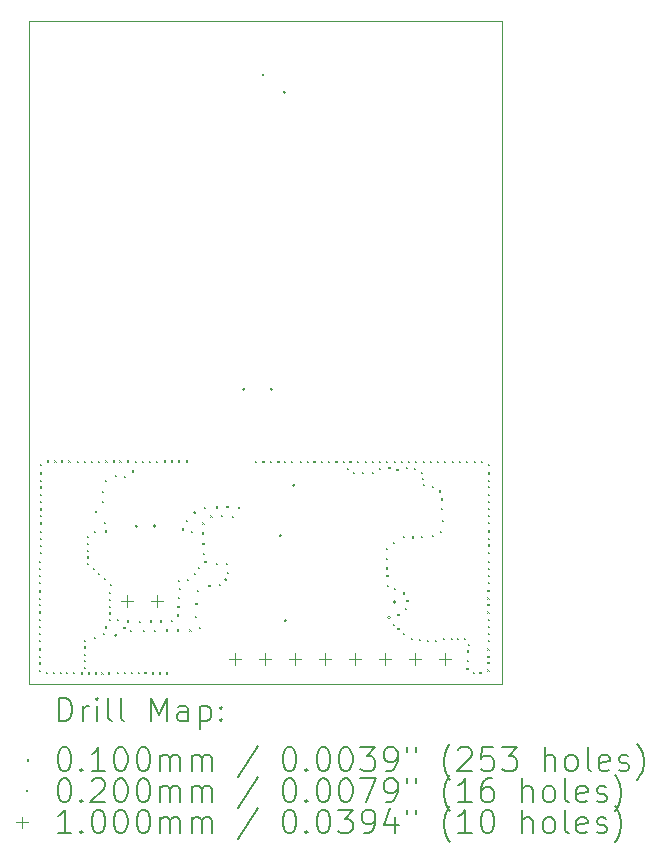
<source format=gbr>
%TF.GenerationSoftware,KiCad,Pcbnew,7.0.9*%
%TF.CreationDate,2024-04-25T16:45:47+02:00*%
%TF.ProjectId,NFC_Programmer,4e46435f-5072-46f6-9772-616d6d65722e,3.0*%
%TF.SameCoordinates,Original*%
%TF.FileFunction,Drillmap*%
%TF.FilePolarity,Positive*%
%FSLAX45Y45*%
G04 Gerber Fmt 4.5, Leading zero omitted, Abs format (unit mm)*
G04 Created by KiCad (PCBNEW 7.0.9) date 2024-04-25 16:45:47*
%MOMM*%
%LPD*%
G01*
G04 APERTURE LIST*
%ADD10C,0.100000*%
%ADD11C,0.200000*%
G04 APERTURE END LIST*
D10*
X16022000Y-11011000D02*
X15866000Y-11011000D01*
X12019000Y-11011000D01*
X12019000Y-5401000D01*
X16022000Y-5401000D01*
X16022000Y-11011000D01*
D11*
D10*
X12107000Y-10219000D02*
X12117000Y-10229000D01*
X12117000Y-10219000D02*
X12107000Y-10229000D01*
X12107000Y-10280000D02*
X12117000Y-10290000D01*
X12117000Y-10280000D02*
X12107000Y-10290000D01*
X12107000Y-10337000D02*
X12117000Y-10347000D01*
X12117000Y-10337000D02*
X12107000Y-10347000D01*
X12107000Y-10398000D02*
X12117000Y-10408000D01*
X12117000Y-10398000D02*
X12107000Y-10408000D01*
X12107000Y-10711000D02*
X12117000Y-10721000D01*
X12117000Y-10711000D02*
X12107000Y-10721000D01*
X12107000Y-10772000D02*
X12117000Y-10782000D01*
X12117000Y-10772000D02*
X12107000Y-10782000D01*
X12107000Y-10829000D02*
X12117000Y-10839000D01*
X12117000Y-10829000D02*
X12107000Y-10839000D01*
X12107000Y-10890000D02*
X12117000Y-10900000D01*
X12117000Y-10890000D02*
X12107000Y-10900000D01*
X12108000Y-9970000D02*
X12118000Y-9980000D01*
X12118000Y-9970000D02*
X12108000Y-9980000D01*
X12108000Y-10031000D02*
X12118000Y-10041000D01*
X12118000Y-10031000D02*
X12108000Y-10041000D01*
X12108000Y-10088000D02*
X12118000Y-10098000D01*
X12118000Y-10088000D02*
X12108000Y-10098000D01*
X12108000Y-10149000D02*
X12118000Y-10159000D01*
X12118000Y-10149000D02*
X12108000Y-10159000D01*
X12108000Y-10462000D02*
X12118000Y-10472000D01*
X12118000Y-10462000D02*
X12108000Y-10472000D01*
X12108000Y-10523000D02*
X12118000Y-10533000D01*
X12118000Y-10523000D02*
X12108000Y-10533000D01*
X12108000Y-10580000D02*
X12118000Y-10590000D01*
X12118000Y-10580000D02*
X12108000Y-10590000D01*
X12108000Y-10641000D02*
X12118000Y-10651000D01*
X12118000Y-10641000D02*
X12108000Y-10651000D01*
X12111000Y-9221000D02*
X12121000Y-9231000D01*
X12121000Y-9221000D02*
X12111000Y-9231000D01*
X12111000Y-9282000D02*
X12121000Y-9292000D01*
X12121000Y-9282000D02*
X12111000Y-9292000D01*
X12111000Y-9339000D02*
X12121000Y-9349000D01*
X12121000Y-9339000D02*
X12111000Y-9349000D01*
X12111000Y-9400000D02*
X12121000Y-9410000D01*
X12121000Y-9400000D02*
X12111000Y-9410000D01*
X12111000Y-9713000D02*
X12121000Y-9723000D01*
X12121000Y-9713000D02*
X12111000Y-9723000D01*
X12111000Y-9774000D02*
X12121000Y-9784000D01*
X12121000Y-9774000D02*
X12111000Y-9784000D01*
X12111000Y-9831000D02*
X12121000Y-9841000D01*
X12121000Y-9831000D02*
X12111000Y-9841000D01*
X12111000Y-9892000D02*
X12121000Y-9902000D01*
X12121000Y-9892000D02*
X12111000Y-9902000D01*
X12112000Y-9151000D02*
X12122000Y-9161000D01*
X12122000Y-9151000D02*
X12112000Y-9161000D01*
X12112000Y-9464000D02*
X12122000Y-9474000D01*
X12122000Y-9464000D02*
X12112000Y-9474000D01*
X12112000Y-9525000D02*
X12122000Y-9535000D01*
X12122000Y-9525000D02*
X12112000Y-9535000D01*
X12112000Y-9582000D02*
X12122000Y-9592000D01*
X12122000Y-9582000D02*
X12112000Y-9592000D01*
X12112000Y-9643000D02*
X12122000Y-9653000D01*
X12122000Y-9643000D02*
X12112000Y-9653000D01*
X12164000Y-10910000D02*
X12174000Y-10920000D01*
X12174000Y-10910000D02*
X12164000Y-10920000D01*
X12176000Y-9119000D02*
X12186000Y-9129000D01*
X12186000Y-9119000D02*
X12176000Y-9129000D01*
X12221000Y-10910000D02*
X12231000Y-10920000D01*
X12231000Y-10910000D02*
X12221000Y-10920000D01*
X12237000Y-9119000D02*
X12247000Y-9129000D01*
X12247000Y-9119000D02*
X12237000Y-9129000D01*
X12282000Y-10910000D02*
X12292000Y-10920000D01*
X12292000Y-10910000D02*
X12282000Y-10920000D01*
X12294000Y-9119000D02*
X12304000Y-9129000D01*
X12304000Y-9119000D02*
X12294000Y-9129000D01*
X12336000Y-10910000D02*
X12346000Y-10920000D01*
X12346000Y-10910000D02*
X12336000Y-10920000D01*
X12355000Y-9119000D02*
X12365000Y-9129000D01*
X12365000Y-9119000D02*
X12355000Y-9129000D01*
X12393000Y-10910000D02*
X12403000Y-10920000D01*
X12403000Y-10910000D02*
X12393000Y-10920000D01*
X12425000Y-9120000D02*
X12435000Y-9130000D01*
X12435000Y-9120000D02*
X12425000Y-9130000D01*
X12463000Y-10913000D02*
X12473000Y-10923000D01*
X12473000Y-10913000D02*
X12463000Y-10923000D01*
X12486000Y-9120000D02*
X12496000Y-9130000D01*
X12496000Y-9120000D02*
X12486000Y-9130000D01*
X12486000Y-10636000D02*
X12496000Y-10646000D01*
X12496000Y-10636000D02*
X12486000Y-10646000D01*
X12486000Y-10693000D02*
X12496000Y-10703000D01*
X12496000Y-10693000D02*
X12486000Y-10703000D01*
X12486000Y-10754000D02*
X12496000Y-10764000D01*
X12496000Y-10754000D02*
X12486000Y-10764000D01*
X12486000Y-10808000D02*
X12496000Y-10818000D01*
X12496000Y-10808000D02*
X12486000Y-10818000D01*
X12486000Y-10865000D02*
X12496000Y-10875000D01*
X12496000Y-10865000D02*
X12486000Y-10875000D01*
X12514000Y-9759000D02*
X12524000Y-9769000D01*
X12524000Y-9759000D02*
X12514000Y-9769000D01*
X12514000Y-9816000D02*
X12524000Y-9826000D01*
X12524000Y-9816000D02*
X12514000Y-9826000D01*
X12514000Y-9877000D02*
X12524000Y-9887000D01*
X12524000Y-9877000D02*
X12514000Y-9887000D01*
X12514000Y-9931000D02*
X12524000Y-9941000D01*
X12524000Y-9931000D02*
X12514000Y-9941000D01*
X12514000Y-9988000D02*
X12524000Y-9998000D01*
X12524000Y-9988000D02*
X12514000Y-9998000D01*
X12520000Y-10913000D02*
X12530000Y-10923000D01*
X12530000Y-10913000D02*
X12520000Y-10923000D01*
X12543000Y-9120000D02*
X12553000Y-9130000D01*
X12553000Y-9120000D02*
X12543000Y-9130000D01*
X12562000Y-10030000D02*
X12572000Y-10040000D01*
X12572000Y-10030000D02*
X12562000Y-10040000D01*
X12569000Y-9713000D02*
X12579000Y-9723000D01*
X12579000Y-9713000D02*
X12569000Y-9723000D01*
X12571000Y-10615000D02*
X12581000Y-10625000D01*
X12581000Y-10615000D02*
X12571000Y-10625000D01*
X12581000Y-10913000D02*
X12591000Y-10923000D01*
X12591000Y-10913000D02*
X12581000Y-10923000D01*
X12604000Y-9120000D02*
X12614000Y-9130000D01*
X12614000Y-9120000D02*
X12604000Y-9130000D01*
X12608000Y-10074000D02*
X12618000Y-10084000D01*
X12618000Y-10074000D02*
X12608000Y-10084000D01*
X12635000Y-10913000D02*
X12645000Y-10923000D01*
X12645000Y-10913000D02*
X12635000Y-10923000D01*
X12639000Y-9379000D02*
X12649000Y-9389000D01*
X12649000Y-9379000D02*
X12639000Y-9389000D01*
X12641000Y-9465000D02*
X12651000Y-9475000D01*
X12651000Y-9465000D02*
X12641000Y-9475000D01*
X12649000Y-10582000D02*
X12659000Y-10592000D01*
X12659000Y-10582000D02*
X12649000Y-10592000D01*
X12656000Y-9641000D02*
X12666000Y-9651000D01*
X12666000Y-9641000D02*
X12656000Y-9651000D01*
X12656000Y-10116000D02*
X12666000Y-10126000D01*
X12666000Y-10116000D02*
X12656000Y-10126000D01*
X12662000Y-9282000D02*
X12672000Y-9292000D01*
X12672000Y-9282000D02*
X12662000Y-9292000D01*
X12662000Y-9711000D02*
X12672000Y-9721000D01*
X12672000Y-9711000D02*
X12662000Y-9721000D01*
X12665000Y-10525000D02*
X12675000Y-10535000D01*
X12675000Y-10525000D02*
X12665000Y-10535000D01*
X12668000Y-9119000D02*
X12678000Y-9129000D01*
X12678000Y-9119000D02*
X12668000Y-9129000D01*
X12692000Y-10913000D02*
X12702000Y-10923000D01*
X12702000Y-10913000D02*
X12692000Y-10923000D01*
X12700000Y-10233000D02*
X12710000Y-10243000D01*
X12710000Y-10233000D02*
X12700000Y-10243000D01*
X12700000Y-10290000D02*
X12710000Y-10300000D01*
X12710000Y-10290000D02*
X12700000Y-10300000D01*
X12700000Y-10351000D02*
X12710000Y-10361000D01*
X12710000Y-10351000D02*
X12700000Y-10361000D01*
X12700000Y-10405000D02*
X12710000Y-10415000D01*
X12710000Y-10405000D02*
X12700000Y-10415000D01*
X12700000Y-10462000D02*
X12710000Y-10472000D01*
X12710000Y-10462000D02*
X12700000Y-10472000D01*
X12705000Y-10164000D02*
X12715000Y-10174000D01*
X12715000Y-10164000D02*
X12705000Y-10174000D01*
X12729000Y-9119000D02*
X12739000Y-9129000D01*
X12739000Y-9119000D02*
X12729000Y-9129000D01*
X12747000Y-9245000D02*
X12757000Y-9255000D01*
X12757000Y-9245000D02*
X12747000Y-9255000D01*
X12765000Y-10459000D02*
X12775000Y-10469000D01*
X12775000Y-10459000D02*
X12765000Y-10469000D01*
X12769000Y-10911000D02*
X12779000Y-10921000D01*
X12779000Y-10911000D02*
X12769000Y-10921000D01*
X12786000Y-9119000D02*
X12796000Y-9129000D01*
X12796000Y-9119000D02*
X12786000Y-9129000D01*
X12820000Y-10527000D02*
X12830000Y-10537000D01*
X12830000Y-10527000D02*
X12820000Y-10537000D01*
X12826000Y-10911000D02*
X12836000Y-10921000D01*
X12836000Y-10911000D02*
X12826000Y-10921000D01*
X12828000Y-9250000D02*
X12838000Y-9260000D01*
X12838000Y-9250000D02*
X12828000Y-9260000D01*
X12847000Y-9119000D02*
X12857000Y-9129000D01*
X12857000Y-9119000D02*
X12847000Y-9129000D01*
X12852000Y-10474000D02*
X12862000Y-10484000D01*
X12862000Y-10474000D02*
X12852000Y-10484000D01*
X12875000Y-10552000D02*
X12885000Y-10562000D01*
X12885000Y-10552000D02*
X12875000Y-10562000D01*
X12887000Y-10911000D02*
X12897000Y-10921000D01*
X12897000Y-10911000D02*
X12887000Y-10921000D01*
X12892000Y-9203000D02*
X12902000Y-9213000D01*
X12902000Y-9203000D02*
X12892000Y-9213000D01*
X12917000Y-9120000D02*
X12927000Y-9130000D01*
X12927000Y-9120000D02*
X12917000Y-9130000D01*
X12941000Y-10911000D02*
X12951000Y-10921000D01*
X12951000Y-10911000D02*
X12941000Y-10921000D01*
X12953000Y-10479000D02*
X12963000Y-10489000D01*
X12963000Y-10479000D02*
X12953000Y-10489000D01*
X12978000Y-9120000D02*
X12988000Y-9130000D01*
X12988000Y-9120000D02*
X12978000Y-9130000D01*
X12989000Y-10552000D02*
X12999000Y-10562000D01*
X12999000Y-10552000D02*
X12989000Y-10562000D01*
X12998000Y-10911000D02*
X13008000Y-10921000D01*
X13008000Y-10911000D02*
X12998000Y-10921000D01*
X13035000Y-9120000D02*
X13045000Y-9130000D01*
X13045000Y-9120000D02*
X13035000Y-9130000D01*
X13044000Y-10473000D02*
X13054000Y-10483000D01*
X13054000Y-10473000D02*
X13044000Y-10483000D01*
X13062000Y-10913000D02*
X13072000Y-10923000D01*
X13072000Y-10913000D02*
X13062000Y-10923000D01*
X13082000Y-10552000D02*
X13092000Y-10562000D01*
X13092000Y-10552000D02*
X13082000Y-10562000D01*
X13096000Y-9120000D02*
X13106000Y-9130000D01*
X13106000Y-9120000D02*
X13096000Y-9130000D01*
X13124000Y-10913000D02*
X13134000Y-10923000D01*
X13134000Y-10913000D02*
X13124000Y-10923000D01*
X13132000Y-10474000D02*
X13142000Y-10484000D01*
X13142000Y-10474000D02*
X13132000Y-10484000D01*
X13162000Y-9119000D02*
X13172000Y-9129000D01*
X13172000Y-9119000D02*
X13162000Y-9129000D01*
X13177000Y-10913000D02*
X13187000Y-10923000D01*
X13187000Y-10913000D02*
X13177000Y-10923000D01*
X13182000Y-10550000D02*
X13192000Y-10560000D01*
X13192000Y-10550000D02*
X13182000Y-10560000D01*
X13223000Y-9119000D02*
X13233000Y-9129000D01*
X13233000Y-9119000D02*
X13223000Y-9129000D01*
X13225000Y-10472000D02*
X13235000Y-10482000D01*
X13235000Y-10472000D02*
X13225000Y-10482000D01*
X13275000Y-10423000D02*
X13285000Y-10433000D01*
X13285000Y-10423000D02*
X13275000Y-10433000D01*
X13277000Y-10550000D02*
X13287000Y-10560000D01*
X13287000Y-10550000D02*
X13277000Y-10560000D01*
X13278000Y-10349000D02*
X13288000Y-10359000D01*
X13288000Y-10349000D02*
X13278000Y-10359000D01*
X13280000Y-9119000D02*
X13290000Y-9129000D01*
X13290000Y-9119000D02*
X13280000Y-9129000D01*
X13281000Y-10277000D02*
X13291000Y-10287000D01*
X13291000Y-10277000D02*
X13281000Y-10287000D01*
X13284000Y-10130000D02*
X13294000Y-10140000D01*
X13294000Y-10130000D02*
X13284000Y-10140000D01*
X13290000Y-10201000D02*
X13300000Y-10211000D01*
X13300000Y-10201000D02*
X13290000Y-10211000D01*
X13316000Y-9694000D02*
X13326000Y-9704000D01*
X13326000Y-9694000D02*
X13316000Y-9704000D01*
X13348000Y-9623000D02*
X13358000Y-9633000D01*
X13358000Y-9623000D02*
X13348000Y-9633000D01*
X13349000Y-9119000D02*
X13359000Y-9129000D01*
X13359000Y-9119000D02*
X13349000Y-9129000D01*
X13355000Y-10120000D02*
X13365000Y-10130000D01*
X13365000Y-10120000D02*
X13355000Y-10130000D01*
X13379000Y-10549000D02*
X13389000Y-10559000D01*
X13389000Y-10549000D02*
X13379000Y-10559000D01*
X13393000Y-9714000D02*
X13403000Y-9724000D01*
X13403000Y-9714000D02*
X13393000Y-9724000D01*
X13420000Y-10072000D02*
X13430000Y-10082000D01*
X13430000Y-10072000D02*
X13420000Y-10082000D01*
X13428000Y-10432000D02*
X13438000Y-10442000D01*
X13438000Y-10432000D02*
X13428000Y-10442000D01*
X13430000Y-10322000D02*
X13440000Y-10332000D01*
X13440000Y-10322000D02*
X13430000Y-10332000D01*
X13440000Y-10215000D02*
X13450000Y-10225000D01*
X13450000Y-10215000D02*
X13440000Y-10225000D01*
X13454000Y-10019000D02*
X13464000Y-10029000D01*
X13464000Y-10019000D02*
X13454000Y-10029000D01*
X13460000Y-10531000D02*
X13470000Y-10541000D01*
X13470000Y-10531000D02*
X13460000Y-10541000D01*
X13484000Y-9728000D02*
X13494000Y-9738000D01*
X13494000Y-9728000D02*
X13484000Y-9738000D01*
X13490000Y-9643000D02*
X13500000Y-9653000D01*
X13500000Y-9643000D02*
X13490000Y-9653000D01*
X13490000Y-9819000D02*
X13500000Y-9829000D01*
X13500000Y-9819000D02*
X13490000Y-9829000D01*
X13491000Y-9900000D02*
X13501000Y-9910000D01*
X13501000Y-9900000D02*
X13491000Y-9910000D01*
X13502789Y-9512435D02*
X13512789Y-9522435D01*
X13512789Y-9512435D02*
X13502789Y-9522435D01*
X13507000Y-9972000D02*
X13517000Y-9982000D01*
X13517000Y-9972000D02*
X13507000Y-9982000D01*
X13540000Y-10174000D02*
X13550000Y-10184000D01*
X13550000Y-10174000D02*
X13540000Y-10184000D01*
X13557000Y-9584000D02*
X13567000Y-9594000D01*
X13567000Y-9584000D02*
X13557000Y-9594000D01*
X13605000Y-9509000D02*
X13615000Y-9519000D01*
X13615000Y-9509000D02*
X13605000Y-9519000D01*
X13605000Y-9987000D02*
X13615000Y-9997000D01*
X13615000Y-9987000D02*
X13605000Y-9997000D01*
X13629000Y-10163000D02*
X13639000Y-10173000D01*
X13639000Y-10163000D02*
X13629000Y-10173000D01*
X13649000Y-9582000D02*
X13659000Y-9592000D01*
X13659000Y-9582000D02*
X13649000Y-9592000D01*
X13686000Y-9989000D02*
X13696000Y-9999000D01*
X13696000Y-9989000D02*
X13686000Y-9999000D01*
X13693000Y-9506000D02*
X13703000Y-9516000D01*
X13703000Y-9506000D02*
X13693000Y-9516000D01*
X13695000Y-10060000D02*
X13705000Y-10070000D01*
X13705000Y-10060000D02*
X13695000Y-10070000D01*
X13740000Y-9588000D02*
X13750000Y-9598000D01*
X13750000Y-9588000D02*
X13740000Y-9598000D01*
X13936000Y-9124000D02*
X13946000Y-9134000D01*
X13946000Y-9124000D02*
X13936000Y-9134000D01*
X13997000Y-9124000D02*
X14007000Y-9134000D01*
X14007000Y-9124000D02*
X13997000Y-9134000D01*
X14063000Y-9123000D02*
X14073000Y-9133000D01*
X14073000Y-9123000D02*
X14063000Y-9133000D01*
X14124000Y-9123000D02*
X14134000Y-9133000D01*
X14134000Y-9123000D02*
X14124000Y-9133000D01*
X14181000Y-9123000D02*
X14191000Y-9133000D01*
X14191000Y-9123000D02*
X14181000Y-9133000D01*
X14242000Y-9123000D02*
X14252000Y-9133000D01*
X14252000Y-9123000D02*
X14242000Y-9133000D01*
X14312000Y-9124000D02*
X14322000Y-9134000D01*
X14322000Y-9124000D02*
X14312000Y-9134000D01*
X14373000Y-9124000D02*
X14383000Y-9134000D01*
X14383000Y-9124000D02*
X14373000Y-9134000D01*
X14430000Y-9124000D02*
X14440000Y-9134000D01*
X14440000Y-9124000D02*
X14430000Y-9134000D01*
X14491000Y-9124000D02*
X14501000Y-9134000D01*
X14501000Y-9124000D02*
X14491000Y-9134000D01*
X14555000Y-9123000D02*
X14565000Y-9133000D01*
X14565000Y-9123000D02*
X14555000Y-9133000D01*
X14616000Y-9123000D02*
X14626000Y-9133000D01*
X14626000Y-9123000D02*
X14616000Y-9133000D01*
X14677000Y-9123000D02*
X14687000Y-9133000D01*
X14687000Y-9123000D02*
X14677000Y-9133000D01*
X14715000Y-9185000D02*
X14725000Y-9195000D01*
X14725000Y-9185000D02*
X14715000Y-9195000D01*
X14734000Y-9123000D02*
X14744000Y-9133000D01*
X14744000Y-9123000D02*
X14734000Y-9133000D01*
X14765110Y-9217195D02*
X14775110Y-9227195D01*
X14775110Y-9217195D02*
X14765110Y-9227195D01*
X14795000Y-9123000D02*
X14805000Y-9133000D01*
X14805000Y-9123000D02*
X14795000Y-9133000D01*
X14839000Y-9218000D02*
X14849000Y-9228000D01*
X14849000Y-9218000D02*
X14839000Y-9228000D01*
X14865000Y-9124000D02*
X14875000Y-9134000D01*
X14875000Y-9124000D02*
X14865000Y-9134000D01*
X14923000Y-9217000D02*
X14933000Y-9227000D01*
X14933000Y-9217000D02*
X14923000Y-9227000D01*
X14926000Y-9124000D02*
X14936000Y-9134000D01*
X14936000Y-9124000D02*
X14926000Y-9134000D01*
X14983000Y-9124000D02*
X14993000Y-9134000D01*
X14993000Y-9124000D02*
X14983000Y-9134000D01*
X14983000Y-9184000D02*
X14993000Y-9194000D01*
X14993000Y-9184000D02*
X14983000Y-9194000D01*
X15041000Y-10025000D02*
X15051000Y-10035000D01*
X15051000Y-10025000D02*
X15041000Y-10035000D01*
X15042000Y-9863000D02*
X15052000Y-9873000D01*
X15052000Y-9863000D02*
X15042000Y-9873000D01*
X15043000Y-9946000D02*
X15053000Y-9956000D01*
X15053000Y-9946000D02*
X15043000Y-9956000D01*
X15044000Y-9124000D02*
X15054000Y-9134000D01*
X15054000Y-9124000D02*
X15044000Y-9134000D01*
X15048000Y-10091000D02*
X15058000Y-10101000D01*
X15058000Y-10091000D02*
X15048000Y-10101000D01*
X15052000Y-10170000D02*
X15062000Y-10180000D01*
X15062000Y-10170000D02*
X15052000Y-10180000D01*
X15064000Y-9176000D02*
X15074000Y-9186000D01*
X15074000Y-9176000D02*
X15064000Y-9186000D01*
X15102000Y-9806000D02*
X15112000Y-9816000D01*
X15112000Y-9806000D02*
X15102000Y-9816000D01*
X15102000Y-10501000D02*
X15112000Y-10511000D01*
X15112000Y-10501000D02*
X15102000Y-10511000D01*
X15107446Y-10196020D02*
X15117446Y-10206020D01*
X15117446Y-10196020D02*
X15107446Y-10206020D01*
X15108000Y-9123000D02*
X15118000Y-9133000D01*
X15118000Y-9123000D02*
X15108000Y-9133000D01*
X15131434Y-9192000D02*
X15141434Y-9202000D01*
X15141434Y-9192000D02*
X15131434Y-9202000D01*
X15141000Y-10417000D02*
X15151000Y-10427000D01*
X15151000Y-10417000D02*
X15141000Y-10427000D01*
X15141000Y-10540000D02*
X15151000Y-10550000D01*
X15151000Y-10540000D02*
X15141000Y-10550000D01*
X15169000Y-9123000D02*
X15179000Y-9133000D01*
X15179000Y-9123000D02*
X15169000Y-9133000D01*
X15184000Y-9760000D02*
X15194000Y-9770000D01*
X15194000Y-9760000D02*
X15184000Y-9770000D01*
X15186761Y-10236155D02*
X15196761Y-10246155D01*
X15196761Y-10236155D02*
X15186761Y-10246155D01*
X15188000Y-10578000D02*
X15198000Y-10588000D01*
X15198000Y-10578000D02*
X15188000Y-10588000D01*
X15201000Y-10369000D02*
X15211000Y-10379000D01*
X15211000Y-10369000D02*
X15201000Y-10379000D01*
X15212000Y-9177000D02*
X15222000Y-9187000D01*
X15222000Y-9177000D02*
X15212000Y-9187000D01*
X15217000Y-10297000D02*
X15227000Y-10307000D01*
X15227000Y-10297000D02*
X15217000Y-10307000D01*
X15226000Y-9123000D02*
X15236000Y-9133000D01*
X15236000Y-9123000D02*
X15226000Y-9133000D01*
X15254000Y-10622000D02*
X15264000Y-10632000D01*
X15264000Y-10622000D02*
X15254000Y-10632000D01*
X15261000Y-9762000D02*
X15271000Y-9772000D01*
X15271000Y-9762000D02*
X15261000Y-9772000D01*
X15282000Y-9182000D02*
X15292000Y-9192000D01*
X15292000Y-9182000D02*
X15282000Y-9192000D01*
X15287000Y-9123000D02*
X15297000Y-9133000D01*
X15297000Y-9123000D02*
X15287000Y-9133000D01*
X15323000Y-10627000D02*
X15333000Y-10637000D01*
X15333000Y-10627000D02*
X15323000Y-10637000D01*
X15337000Y-9214000D02*
X15347000Y-9224000D01*
X15347000Y-9214000D02*
X15337000Y-9224000D01*
X15340000Y-9759000D02*
X15350000Y-9769000D01*
X15350000Y-9759000D02*
X15340000Y-9769000D01*
X15349000Y-9268000D02*
X15359000Y-9278000D01*
X15359000Y-9268000D02*
X15349000Y-9278000D01*
X15356000Y-9321000D02*
X15366000Y-9331000D01*
X15366000Y-9321000D02*
X15356000Y-9331000D01*
X15357000Y-9124000D02*
X15367000Y-9134000D01*
X15367000Y-9124000D02*
X15357000Y-9134000D01*
X15391000Y-10639000D02*
X15401000Y-10649000D01*
X15401000Y-10639000D02*
X15391000Y-10649000D01*
X15418000Y-9124000D02*
X15428000Y-9134000D01*
X15428000Y-9124000D02*
X15418000Y-9134000D01*
X15432000Y-9753000D02*
X15442000Y-9763000D01*
X15442000Y-9753000D02*
X15432000Y-9763000D01*
X15434000Y-9332000D02*
X15444000Y-9342000D01*
X15444000Y-9332000D02*
X15434000Y-9342000D01*
X15459000Y-10637000D02*
X15469000Y-10647000D01*
X15469000Y-10637000D02*
X15459000Y-10647000D01*
X15475000Y-9124000D02*
X15485000Y-9134000D01*
X15485000Y-9124000D02*
X15475000Y-9134000D01*
X15491000Y-9373000D02*
X15501000Y-9383000D01*
X15501000Y-9373000D02*
X15491000Y-9383000D01*
X15500000Y-9717000D02*
X15510000Y-9727000D01*
X15510000Y-9717000D02*
X15500000Y-9727000D01*
X15508000Y-9440000D02*
X15518000Y-9450000D01*
X15518000Y-9440000D02*
X15508000Y-9450000D01*
X15508000Y-9524000D02*
X15518000Y-9534000D01*
X15518000Y-9524000D02*
X15508000Y-9534000D01*
X15516000Y-9621000D02*
X15526000Y-9631000D01*
X15526000Y-9621000D02*
X15516000Y-9631000D01*
X15529000Y-10619000D02*
X15539000Y-10629000D01*
X15539000Y-10619000D02*
X15529000Y-10629000D01*
X15536000Y-9124000D02*
X15546000Y-9134000D01*
X15546000Y-9124000D02*
X15536000Y-9134000D01*
X15590000Y-10619000D02*
X15600000Y-10629000D01*
X15600000Y-10619000D02*
X15590000Y-10629000D01*
X15602000Y-9123000D02*
X15612000Y-9133000D01*
X15612000Y-9123000D02*
X15602000Y-9133000D01*
X15644000Y-10619000D02*
X15654000Y-10629000D01*
X15654000Y-10619000D02*
X15644000Y-10629000D01*
X15663000Y-9123000D02*
X15673000Y-9133000D01*
X15673000Y-9123000D02*
X15663000Y-9133000D01*
X15701000Y-10619000D02*
X15711000Y-10629000D01*
X15711000Y-10619000D02*
X15701000Y-10629000D01*
X15720000Y-9123000D02*
X15730000Y-9133000D01*
X15730000Y-9123000D02*
X15720000Y-9133000D01*
X15724000Y-10875000D02*
X15734000Y-10885000D01*
X15734000Y-10875000D02*
X15724000Y-10885000D01*
X15729000Y-10808000D02*
X15739000Y-10818000D01*
X15739000Y-10808000D02*
X15729000Y-10818000D01*
X15732000Y-10727000D02*
X15742000Y-10737000D01*
X15742000Y-10727000D02*
X15732000Y-10737000D01*
X15736000Y-10670000D02*
X15746000Y-10680000D01*
X15746000Y-10670000D02*
X15736000Y-10680000D01*
X15777000Y-10910000D02*
X15787000Y-10920000D01*
X15787000Y-10910000D02*
X15777000Y-10920000D01*
X15789000Y-9123000D02*
X15799000Y-9133000D01*
X15799000Y-9123000D02*
X15789000Y-9133000D01*
X15834000Y-10910000D02*
X15844000Y-10920000D01*
X15844000Y-10910000D02*
X15834000Y-10920000D01*
X15850000Y-9123000D02*
X15860000Y-9133000D01*
X15860000Y-9123000D02*
X15850000Y-9133000D01*
X15903000Y-10218000D02*
X15913000Y-10228000D01*
X15913000Y-10218000D02*
X15903000Y-10228000D01*
X15903000Y-10279000D02*
X15913000Y-10289000D01*
X15913000Y-10279000D02*
X15903000Y-10289000D01*
X15903000Y-10336000D02*
X15913000Y-10346000D01*
X15913000Y-10336000D02*
X15903000Y-10346000D01*
X15903000Y-10397000D02*
X15913000Y-10407000D01*
X15913000Y-10397000D02*
X15903000Y-10407000D01*
X15903000Y-10710000D02*
X15913000Y-10720000D01*
X15913000Y-10710000D02*
X15903000Y-10720000D01*
X15903000Y-10771000D02*
X15913000Y-10781000D01*
X15913000Y-10771000D02*
X15903000Y-10781000D01*
X15903000Y-10828000D02*
X15913000Y-10838000D01*
X15913000Y-10828000D02*
X15903000Y-10838000D01*
X15903000Y-10889000D02*
X15913000Y-10899000D01*
X15913000Y-10889000D02*
X15903000Y-10899000D01*
X15904000Y-9969000D02*
X15914000Y-9979000D01*
X15914000Y-9969000D02*
X15904000Y-9979000D01*
X15904000Y-10030000D02*
X15914000Y-10040000D01*
X15914000Y-10030000D02*
X15904000Y-10040000D01*
X15904000Y-10087000D02*
X15914000Y-10097000D01*
X15914000Y-10087000D02*
X15904000Y-10097000D01*
X15904000Y-10148000D02*
X15914000Y-10158000D01*
X15914000Y-10148000D02*
X15904000Y-10158000D01*
X15904000Y-10461000D02*
X15914000Y-10471000D01*
X15914000Y-10461000D02*
X15904000Y-10471000D01*
X15904000Y-10522000D02*
X15914000Y-10532000D01*
X15914000Y-10522000D02*
X15904000Y-10532000D01*
X15904000Y-10579000D02*
X15914000Y-10589000D01*
X15914000Y-10579000D02*
X15904000Y-10589000D01*
X15904000Y-10640000D02*
X15914000Y-10650000D01*
X15914000Y-10640000D02*
X15904000Y-10650000D01*
X15907000Y-9220000D02*
X15917000Y-9230000D01*
X15917000Y-9220000D02*
X15907000Y-9230000D01*
X15907000Y-9281000D02*
X15917000Y-9291000D01*
X15917000Y-9281000D02*
X15907000Y-9291000D01*
X15907000Y-9338000D02*
X15917000Y-9348000D01*
X15917000Y-9338000D02*
X15907000Y-9348000D01*
X15907000Y-9399000D02*
X15917000Y-9409000D01*
X15917000Y-9399000D02*
X15907000Y-9409000D01*
X15907000Y-9712000D02*
X15917000Y-9722000D01*
X15917000Y-9712000D02*
X15907000Y-9722000D01*
X15907000Y-9773000D02*
X15917000Y-9783000D01*
X15917000Y-9773000D02*
X15907000Y-9783000D01*
X15907000Y-9830000D02*
X15917000Y-9840000D01*
X15917000Y-9830000D02*
X15907000Y-9840000D01*
X15907000Y-9891000D02*
X15917000Y-9901000D01*
X15917000Y-9891000D02*
X15907000Y-9901000D01*
X15908000Y-9150000D02*
X15918000Y-9160000D01*
X15918000Y-9150000D02*
X15908000Y-9160000D01*
X15908000Y-9463000D02*
X15918000Y-9473000D01*
X15918000Y-9463000D02*
X15908000Y-9473000D01*
X15908000Y-9524000D02*
X15918000Y-9534000D01*
X15918000Y-9524000D02*
X15908000Y-9534000D01*
X15908000Y-9581000D02*
X15918000Y-9591000D01*
X15918000Y-9581000D02*
X15908000Y-9591000D01*
X15908000Y-9642000D02*
X15918000Y-9652000D01*
X15918000Y-9642000D02*
X15908000Y-9652000D01*
X12597000Y-9556000D02*
G75*
G03*
X12597000Y-9556000I-10000J0D01*
G01*
X12765000Y-10599000D02*
G75*
G03*
X12765000Y-10599000I-10000J0D01*
G01*
X12938000Y-9677000D02*
G75*
G03*
X12938000Y-9677000I-10000J0D01*
G01*
X13095000Y-9674000D02*
G75*
G03*
X13095000Y-9674000I-10000J0D01*
G01*
X13435158Y-9560158D02*
G75*
G03*
X13435158Y-9560158I-10000J0D01*
G01*
X13697000Y-10130000D02*
G75*
G03*
X13697000Y-10130000I-10000J0D01*
G01*
X13809000Y-9523000D02*
G75*
G03*
X13809000Y-9523000I-10000J0D01*
G01*
X13850000Y-8518000D02*
G75*
G03*
X13850000Y-8518000I-10000J0D01*
G01*
X14011000Y-5855000D02*
G75*
G03*
X14011000Y-5855000I-10000J0D01*
G01*
X14083000Y-8515850D02*
G75*
G03*
X14083000Y-8515850I-10000J0D01*
G01*
X14160000Y-9757000D02*
G75*
G03*
X14160000Y-9757000I-10000J0D01*
G01*
X14193000Y-6000000D02*
G75*
G03*
X14193000Y-6000000I-10000J0D01*
G01*
X14201000Y-10476000D02*
G75*
G03*
X14201000Y-10476000I-10000J0D01*
G01*
X14272000Y-9328000D02*
G75*
G03*
X14272000Y-9328000I-10000J0D01*
G01*
X15080000Y-10448000D02*
G75*
G03*
X15080000Y-10448000I-10000J0D01*
G01*
X15126000Y-10318000D02*
G75*
G03*
X15126000Y-10318000I-10000J0D01*
G01*
X12853000Y-10256000D02*
X12853000Y-10356000D01*
X12803000Y-10306000D02*
X12903000Y-10306000D01*
X13107000Y-10256000D02*
X13107000Y-10356000D01*
X13057000Y-10306000D02*
X13157000Y-10306000D01*
X13767000Y-10750000D02*
X13767000Y-10850000D01*
X13717000Y-10800000D02*
X13817000Y-10800000D01*
X14021000Y-10750000D02*
X14021000Y-10850000D01*
X13971000Y-10800000D02*
X14071000Y-10800000D01*
X14275000Y-10750000D02*
X14275000Y-10850000D01*
X14225000Y-10800000D02*
X14325000Y-10800000D01*
X14529000Y-10750000D02*
X14529000Y-10850000D01*
X14479000Y-10800000D02*
X14579000Y-10800000D01*
X14783000Y-10750000D02*
X14783000Y-10850000D01*
X14733000Y-10800000D02*
X14833000Y-10800000D01*
X15037000Y-10750000D02*
X15037000Y-10850000D01*
X14987000Y-10800000D02*
X15087000Y-10800000D01*
X15291000Y-10750000D02*
X15291000Y-10850000D01*
X15241000Y-10800000D02*
X15341000Y-10800000D01*
X15545000Y-10750000D02*
X15545000Y-10850000D01*
X15495000Y-10800000D02*
X15595000Y-10800000D01*
D11*
X12274777Y-11327484D02*
X12274777Y-11127484D01*
X12274777Y-11127484D02*
X12322396Y-11127484D01*
X12322396Y-11127484D02*
X12350967Y-11137008D01*
X12350967Y-11137008D02*
X12370015Y-11156055D01*
X12370015Y-11156055D02*
X12379539Y-11175103D01*
X12379539Y-11175103D02*
X12389062Y-11213198D01*
X12389062Y-11213198D02*
X12389062Y-11241769D01*
X12389062Y-11241769D02*
X12379539Y-11279865D01*
X12379539Y-11279865D02*
X12370015Y-11298912D01*
X12370015Y-11298912D02*
X12350967Y-11317960D01*
X12350967Y-11317960D02*
X12322396Y-11327484D01*
X12322396Y-11327484D02*
X12274777Y-11327484D01*
X12474777Y-11327484D02*
X12474777Y-11194150D01*
X12474777Y-11232246D02*
X12484301Y-11213198D01*
X12484301Y-11213198D02*
X12493824Y-11203674D01*
X12493824Y-11203674D02*
X12512872Y-11194150D01*
X12512872Y-11194150D02*
X12531920Y-11194150D01*
X12598586Y-11327484D02*
X12598586Y-11194150D01*
X12598586Y-11127484D02*
X12589062Y-11137008D01*
X12589062Y-11137008D02*
X12598586Y-11146531D01*
X12598586Y-11146531D02*
X12608110Y-11137008D01*
X12608110Y-11137008D02*
X12598586Y-11127484D01*
X12598586Y-11127484D02*
X12598586Y-11146531D01*
X12722396Y-11327484D02*
X12703348Y-11317960D01*
X12703348Y-11317960D02*
X12693824Y-11298912D01*
X12693824Y-11298912D02*
X12693824Y-11127484D01*
X12827158Y-11327484D02*
X12808110Y-11317960D01*
X12808110Y-11317960D02*
X12798586Y-11298912D01*
X12798586Y-11298912D02*
X12798586Y-11127484D01*
X13055729Y-11327484D02*
X13055729Y-11127484D01*
X13055729Y-11127484D02*
X13122396Y-11270341D01*
X13122396Y-11270341D02*
X13189062Y-11127484D01*
X13189062Y-11127484D02*
X13189062Y-11327484D01*
X13370015Y-11327484D02*
X13370015Y-11222722D01*
X13370015Y-11222722D02*
X13360491Y-11203674D01*
X13360491Y-11203674D02*
X13341443Y-11194150D01*
X13341443Y-11194150D02*
X13303348Y-11194150D01*
X13303348Y-11194150D02*
X13284301Y-11203674D01*
X13370015Y-11317960D02*
X13350967Y-11327484D01*
X13350967Y-11327484D02*
X13303348Y-11327484D01*
X13303348Y-11327484D02*
X13284301Y-11317960D01*
X13284301Y-11317960D02*
X13274777Y-11298912D01*
X13274777Y-11298912D02*
X13274777Y-11279865D01*
X13274777Y-11279865D02*
X13284301Y-11260817D01*
X13284301Y-11260817D02*
X13303348Y-11251293D01*
X13303348Y-11251293D02*
X13350967Y-11251293D01*
X13350967Y-11251293D02*
X13370015Y-11241769D01*
X13465253Y-11194150D02*
X13465253Y-11394150D01*
X13465253Y-11203674D02*
X13484301Y-11194150D01*
X13484301Y-11194150D02*
X13522396Y-11194150D01*
X13522396Y-11194150D02*
X13541443Y-11203674D01*
X13541443Y-11203674D02*
X13550967Y-11213198D01*
X13550967Y-11213198D02*
X13560491Y-11232246D01*
X13560491Y-11232246D02*
X13560491Y-11289388D01*
X13560491Y-11289388D02*
X13550967Y-11308436D01*
X13550967Y-11308436D02*
X13541443Y-11317960D01*
X13541443Y-11317960D02*
X13522396Y-11327484D01*
X13522396Y-11327484D02*
X13484301Y-11327484D01*
X13484301Y-11327484D02*
X13465253Y-11317960D01*
X13646205Y-11308436D02*
X13655729Y-11317960D01*
X13655729Y-11317960D02*
X13646205Y-11327484D01*
X13646205Y-11327484D02*
X13636682Y-11317960D01*
X13636682Y-11317960D02*
X13646205Y-11308436D01*
X13646205Y-11308436D02*
X13646205Y-11327484D01*
X13646205Y-11203674D02*
X13655729Y-11213198D01*
X13655729Y-11213198D02*
X13646205Y-11222722D01*
X13646205Y-11222722D02*
X13636682Y-11213198D01*
X13636682Y-11213198D02*
X13646205Y-11203674D01*
X13646205Y-11203674D02*
X13646205Y-11222722D01*
D10*
X12004000Y-11651000D02*
X12014000Y-11661000D01*
X12014000Y-11651000D02*
X12004000Y-11661000D01*
D11*
X12312872Y-11547484D02*
X12331920Y-11547484D01*
X12331920Y-11547484D02*
X12350967Y-11557008D01*
X12350967Y-11557008D02*
X12360491Y-11566531D01*
X12360491Y-11566531D02*
X12370015Y-11585579D01*
X12370015Y-11585579D02*
X12379539Y-11623674D01*
X12379539Y-11623674D02*
X12379539Y-11671293D01*
X12379539Y-11671293D02*
X12370015Y-11709388D01*
X12370015Y-11709388D02*
X12360491Y-11728436D01*
X12360491Y-11728436D02*
X12350967Y-11737960D01*
X12350967Y-11737960D02*
X12331920Y-11747484D01*
X12331920Y-11747484D02*
X12312872Y-11747484D01*
X12312872Y-11747484D02*
X12293824Y-11737960D01*
X12293824Y-11737960D02*
X12284301Y-11728436D01*
X12284301Y-11728436D02*
X12274777Y-11709388D01*
X12274777Y-11709388D02*
X12265253Y-11671293D01*
X12265253Y-11671293D02*
X12265253Y-11623674D01*
X12265253Y-11623674D02*
X12274777Y-11585579D01*
X12274777Y-11585579D02*
X12284301Y-11566531D01*
X12284301Y-11566531D02*
X12293824Y-11557008D01*
X12293824Y-11557008D02*
X12312872Y-11547484D01*
X12465253Y-11728436D02*
X12474777Y-11737960D01*
X12474777Y-11737960D02*
X12465253Y-11747484D01*
X12465253Y-11747484D02*
X12455729Y-11737960D01*
X12455729Y-11737960D02*
X12465253Y-11728436D01*
X12465253Y-11728436D02*
X12465253Y-11747484D01*
X12665253Y-11747484D02*
X12550967Y-11747484D01*
X12608110Y-11747484D02*
X12608110Y-11547484D01*
X12608110Y-11547484D02*
X12589062Y-11576055D01*
X12589062Y-11576055D02*
X12570015Y-11595103D01*
X12570015Y-11595103D02*
X12550967Y-11604627D01*
X12789062Y-11547484D02*
X12808110Y-11547484D01*
X12808110Y-11547484D02*
X12827158Y-11557008D01*
X12827158Y-11557008D02*
X12836682Y-11566531D01*
X12836682Y-11566531D02*
X12846205Y-11585579D01*
X12846205Y-11585579D02*
X12855729Y-11623674D01*
X12855729Y-11623674D02*
X12855729Y-11671293D01*
X12855729Y-11671293D02*
X12846205Y-11709388D01*
X12846205Y-11709388D02*
X12836682Y-11728436D01*
X12836682Y-11728436D02*
X12827158Y-11737960D01*
X12827158Y-11737960D02*
X12808110Y-11747484D01*
X12808110Y-11747484D02*
X12789062Y-11747484D01*
X12789062Y-11747484D02*
X12770015Y-11737960D01*
X12770015Y-11737960D02*
X12760491Y-11728436D01*
X12760491Y-11728436D02*
X12750967Y-11709388D01*
X12750967Y-11709388D02*
X12741443Y-11671293D01*
X12741443Y-11671293D02*
X12741443Y-11623674D01*
X12741443Y-11623674D02*
X12750967Y-11585579D01*
X12750967Y-11585579D02*
X12760491Y-11566531D01*
X12760491Y-11566531D02*
X12770015Y-11557008D01*
X12770015Y-11557008D02*
X12789062Y-11547484D01*
X12979539Y-11547484D02*
X12998586Y-11547484D01*
X12998586Y-11547484D02*
X13017634Y-11557008D01*
X13017634Y-11557008D02*
X13027158Y-11566531D01*
X13027158Y-11566531D02*
X13036682Y-11585579D01*
X13036682Y-11585579D02*
X13046205Y-11623674D01*
X13046205Y-11623674D02*
X13046205Y-11671293D01*
X13046205Y-11671293D02*
X13036682Y-11709388D01*
X13036682Y-11709388D02*
X13027158Y-11728436D01*
X13027158Y-11728436D02*
X13017634Y-11737960D01*
X13017634Y-11737960D02*
X12998586Y-11747484D01*
X12998586Y-11747484D02*
X12979539Y-11747484D01*
X12979539Y-11747484D02*
X12960491Y-11737960D01*
X12960491Y-11737960D02*
X12950967Y-11728436D01*
X12950967Y-11728436D02*
X12941443Y-11709388D01*
X12941443Y-11709388D02*
X12931920Y-11671293D01*
X12931920Y-11671293D02*
X12931920Y-11623674D01*
X12931920Y-11623674D02*
X12941443Y-11585579D01*
X12941443Y-11585579D02*
X12950967Y-11566531D01*
X12950967Y-11566531D02*
X12960491Y-11557008D01*
X12960491Y-11557008D02*
X12979539Y-11547484D01*
X13131920Y-11747484D02*
X13131920Y-11614150D01*
X13131920Y-11633198D02*
X13141443Y-11623674D01*
X13141443Y-11623674D02*
X13160491Y-11614150D01*
X13160491Y-11614150D02*
X13189063Y-11614150D01*
X13189063Y-11614150D02*
X13208110Y-11623674D01*
X13208110Y-11623674D02*
X13217634Y-11642722D01*
X13217634Y-11642722D02*
X13217634Y-11747484D01*
X13217634Y-11642722D02*
X13227158Y-11623674D01*
X13227158Y-11623674D02*
X13246205Y-11614150D01*
X13246205Y-11614150D02*
X13274777Y-11614150D01*
X13274777Y-11614150D02*
X13293824Y-11623674D01*
X13293824Y-11623674D02*
X13303348Y-11642722D01*
X13303348Y-11642722D02*
X13303348Y-11747484D01*
X13398586Y-11747484D02*
X13398586Y-11614150D01*
X13398586Y-11633198D02*
X13408110Y-11623674D01*
X13408110Y-11623674D02*
X13427158Y-11614150D01*
X13427158Y-11614150D02*
X13455729Y-11614150D01*
X13455729Y-11614150D02*
X13474777Y-11623674D01*
X13474777Y-11623674D02*
X13484301Y-11642722D01*
X13484301Y-11642722D02*
X13484301Y-11747484D01*
X13484301Y-11642722D02*
X13493824Y-11623674D01*
X13493824Y-11623674D02*
X13512872Y-11614150D01*
X13512872Y-11614150D02*
X13541443Y-11614150D01*
X13541443Y-11614150D02*
X13560491Y-11623674D01*
X13560491Y-11623674D02*
X13570015Y-11642722D01*
X13570015Y-11642722D02*
X13570015Y-11747484D01*
X13960491Y-11537960D02*
X13789063Y-11795103D01*
X14217634Y-11547484D02*
X14236682Y-11547484D01*
X14236682Y-11547484D02*
X14255729Y-11557008D01*
X14255729Y-11557008D02*
X14265253Y-11566531D01*
X14265253Y-11566531D02*
X14274777Y-11585579D01*
X14274777Y-11585579D02*
X14284301Y-11623674D01*
X14284301Y-11623674D02*
X14284301Y-11671293D01*
X14284301Y-11671293D02*
X14274777Y-11709388D01*
X14274777Y-11709388D02*
X14265253Y-11728436D01*
X14265253Y-11728436D02*
X14255729Y-11737960D01*
X14255729Y-11737960D02*
X14236682Y-11747484D01*
X14236682Y-11747484D02*
X14217634Y-11747484D01*
X14217634Y-11747484D02*
X14198586Y-11737960D01*
X14198586Y-11737960D02*
X14189063Y-11728436D01*
X14189063Y-11728436D02*
X14179539Y-11709388D01*
X14179539Y-11709388D02*
X14170015Y-11671293D01*
X14170015Y-11671293D02*
X14170015Y-11623674D01*
X14170015Y-11623674D02*
X14179539Y-11585579D01*
X14179539Y-11585579D02*
X14189063Y-11566531D01*
X14189063Y-11566531D02*
X14198586Y-11557008D01*
X14198586Y-11557008D02*
X14217634Y-11547484D01*
X14370015Y-11728436D02*
X14379539Y-11737960D01*
X14379539Y-11737960D02*
X14370015Y-11747484D01*
X14370015Y-11747484D02*
X14360491Y-11737960D01*
X14360491Y-11737960D02*
X14370015Y-11728436D01*
X14370015Y-11728436D02*
X14370015Y-11747484D01*
X14503348Y-11547484D02*
X14522396Y-11547484D01*
X14522396Y-11547484D02*
X14541444Y-11557008D01*
X14541444Y-11557008D02*
X14550967Y-11566531D01*
X14550967Y-11566531D02*
X14560491Y-11585579D01*
X14560491Y-11585579D02*
X14570015Y-11623674D01*
X14570015Y-11623674D02*
X14570015Y-11671293D01*
X14570015Y-11671293D02*
X14560491Y-11709388D01*
X14560491Y-11709388D02*
X14550967Y-11728436D01*
X14550967Y-11728436D02*
X14541444Y-11737960D01*
X14541444Y-11737960D02*
X14522396Y-11747484D01*
X14522396Y-11747484D02*
X14503348Y-11747484D01*
X14503348Y-11747484D02*
X14484301Y-11737960D01*
X14484301Y-11737960D02*
X14474777Y-11728436D01*
X14474777Y-11728436D02*
X14465253Y-11709388D01*
X14465253Y-11709388D02*
X14455729Y-11671293D01*
X14455729Y-11671293D02*
X14455729Y-11623674D01*
X14455729Y-11623674D02*
X14465253Y-11585579D01*
X14465253Y-11585579D02*
X14474777Y-11566531D01*
X14474777Y-11566531D02*
X14484301Y-11557008D01*
X14484301Y-11557008D02*
X14503348Y-11547484D01*
X14693825Y-11547484D02*
X14712872Y-11547484D01*
X14712872Y-11547484D02*
X14731920Y-11557008D01*
X14731920Y-11557008D02*
X14741444Y-11566531D01*
X14741444Y-11566531D02*
X14750967Y-11585579D01*
X14750967Y-11585579D02*
X14760491Y-11623674D01*
X14760491Y-11623674D02*
X14760491Y-11671293D01*
X14760491Y-11671293D02*
X14750967Y-11709388D01*
X14750967Y-11709388D02*
X14741444Y-11728436D01*
X14741444Y-11728436D02*
X14731920Y-11737960D01*
X14731920Y-11737960D02*
X14712872Y-11747484D01*
X14712872Y-11747484D02*
X14693825Y-11747484D01*
X14693825Y-11747484D02*
X14674777Y-11737960D01*
X14674777Y-11737960D02*
X14665253Y-11728436D01*
X14665253Y-11728436D02*
X14655729Y-11709388D01*
X14655729Y-11709388D02*
X14646206Y-11671293D01*
X14646206Y-11671293D02*
X14646206Y-11623674D01*
X14646206Y-11623674D02*
X14655729Y-11585579D01*
X14655729Y-11585579D02*
X14665253Y-11566531D01*
X14665253Y-11566531D02*
X14674777Y-11557008D01*
X14674777Y-11557008D02*
X14693825Y-11547484D01*
X14827158Y-11547484D02*
X14950967Y-11547484D01*
X14950967Y-11547484D02*
X14884301Y-11623674D01*
X14884301Y-11623674D02*
X14912872Y-11623674D01*
X14912872Y-11623674D02*
X14931920Y-11633198D01*
X14931920Y-11633198D02*
X14941444Y-11642722D01*
X14941444Y-11642722D02*
X14950967Y-11661769D01*
X14950967Y-11661769D02*
X14950967Y-11709388D01*
X14950967Y-11709388D02*
X14941444Y-11728436D01*
X14941444Y-11728436D02*
X14931920Y-11737960D01*
X14931920Y-11737960D02*
X14912872Y-11747484D01*
X14912872Y-11747484D02*
X14855729Y-11747484D01*
X14855729Y-11747484D02*
X14836682Y-11737960D01*
X14836682Y-11737960D02*
X14827158Y-11728436D01*
X15046206Y-11747484D02*
X15084301Y-11747484D01*
X15084301Y-11747484D02*
X15103348Y-11737960D01*
X15103348Y-11737960D02*
X15112872Y-11728436D01*
X15112872Y-11728436D02*
X15131920Y-11699865D01*
X15131920Y-11699865D02*
X15141444Y-11661769D01*
X15141444Y-11661769D02*
X15141444Y-11585579D01*
X15141444Y-11585579D02*
X15131920Y-11566531D01*
X15131920Y-11566531D02*
X15122396Y-11557008D01*
X15122396Y-11557008D02*
X15103348Y-11547484D01*
X15103348Y-11547484D02*
X15065253Y-11547484D01*
X15065253Y-11547484D02*
X15046206Y-11557008D01*
X15046206Y-11557008D02*
X15036682Y-11566531D01*
X15036682Y-11566531D02*
X15027158Y-11585579D01*
X15027158Y-11585579D02*
X15027158Y-11633198D01*
X15027158Y-11633198D02*
X15036682Y-11652246D01*
X15036682Y-11652246D02*
X15046206Y-11661769D01*
X15046206Y-11661769D02*
X15065253Y-11671293D01*
X15065253Y-11671293D02*
X15103348Y-11671293D01*
X15103348Y-11671293D02*
X15122396Y-11661769D01*
X15122396Y-11661769D02*
X15131920Y-11652246D01*
X15131920Y-11652246D02*
X15141444Y-11633198D01*
X15217634Y-11547484D02*
X15217634Y-11585579D01*
X15293825Y-11547484D02*
X15293825Y-11585579D01*
X15589063Y-11823674D02*
X15579539Y-11814150D01*
X15579539Y-11814150D02*
X15560491Y-11785579D01*
X15560491Y-11785579D02*
X15550968Y-11766531D01*
X15550968Y-11766531D02*
X15541444Y-11737960D01*
X15541444Y-11737960D02*
X15531920Y-11690341D01*
X15531920Y-11690341D02*
X15531920Y-11652246D01*
X15531920Y-11652246D02*
X15541444Y-11604627D01*
X15541444Y-11604627D02*
X15550968Y-11576055D01*
X15550968Y-11576055D02*
X15560491Y-11557008D01*
X15560491Y-11557008D02*
X15579539Y-11528436D01*
X15579539Y-11528436D02*
X15589063Y-11518912D01*
X15655729Y-11566531D02*
X15665253Y-11557008D01*
X15665253Y-11557008D02*
X15684301Y-11547484D01*
X15684301Y-11547484D02*
X15731920Y-11547484D01*
X15731920Y-11547484D02*
X15750968Y-11557008D01*
X15750968Y-11557008D02*
X15760491Y-11566531D01*
X15760491Y-11566531D02*
X15770015Y-11585579D01*
X15770015Y-11585579D02*
X15770015Y-11604627D01*
X15770015Y-11604627D02*
X15760491Y-11633198D01*
X15760491Y-11633198D02*
X15646206Y-11747484D01*
X15646206Y-11747484D02*
X15770015Y-11747484D01*
X15950968Y-11547484D02*
X15855729Y-11547484D01*
X15855729Y-11547484D02*
X15846206Y-11642722D01*
X15846206Y-11642722D02*
X15855729Y-11633198D01*
X15855729Y-11633198D02*
X15874777Y-11623674D01*
X15874777Y-11623674D02*
X15922396Y-11623674D01*
X15922396Y-11623674D02*
X15941444Y-11633198D01*
X15941444Y-11633198D02*
X15950968Y-11642722D01*
X15950968Y-11642722D02*
X15960491Y-11661769D01*
X15960491Y-11661769D02*
X15960491Y-11709388D01*
X15960491Y-11709388D02*
X15950968Y-11728436D01*
X15950968Y-11728436D02*
X15941444Y-11737960D01*
X15941444Y-11737960D02*
X15922396Y-11747484D01*
X15922396Y-11747484D02*
X15874777Y-11747484D01*
X15874777Y-11747484D02*
X15855729Y-11737960D01*
X15855729Y-11737960D02*
X15846206Y-11728436D01*
X16027158Y-11547484D02*
X16150968Y-11547484D01*
X16150968Y-11547484D02*
X16084301Y-11623674D01*
X16084301Y-11623674D02*
X16112872Y-11623674D01*
X16112872Y-11623674D02*
X16131920Y-11633198D01*
X16131920Y-11633198D02*
X16141444Y-11642722D01*
X16141444Y-11642722D02*
X16150968Y-11661769D01*
X16150968Y-11661769D02*
X16150968Y-11709388D01*
X16150968Y-11709388D02*
X16141444Y-11728436D01*
X16141444Y-11728436D02*
X16131920Y-11737960D01*
X16131920Y-11737960D02*
X16112872Y-11747484D01*
X16112872Y-11747484D02*
X16055729Y-11747484D01*
X16055729Y-11747484D02*
X16036682Y-11737960D01*
X16036682Y-11737960D02*
X16027158Y-11728436D01*
X16389063Y-11747484D02*
X16389063Y-11547484D01*
X16474777Y-11747484D02*
X16474777Y-11642722D01*
X16474777Y-11642722D02*
X16465253Y-11623674D01*
X16465253Y-11623674D02*
X16446206Y-11614150D01*
X16446206Y-11614150D02*
X16417634Y-11614150D01*
X16417634Y-11614150D02*
X16398587Y-11623674D01*
X16398587Y-11623674D02*
X16389063Y-11633198D01*
X16598587Y-11747484D02*
X16579539Y-11737960D01*
X16579539Y-11737960D02*
X16570015Y-11728436D01*
X16570015Y-11728436D02*
X16560491Y-11709388D01*
X16560491Y-11709388D02*
X16560491Y-11652246D01*
X16560491Y-11652246D02*
X16570015Y-11633198D01*
X16570015Y-11633198D02*
X16579539Y-11623674D01*
X16579539Y-11623674D02*
X16598587Y-11614150D01*
X16598587Y-11614150D02*
X16627158Y-11614150D01*
X16627158Y-11614150D02*
X16646206Y-11623674D01*
X16646206Y-11623674D02*
X16655730Y-11633198D01*
X16655730Y-11633198D02*
X16665253Y-11652246D01*
X16665253Y-11652246D02*
X16665253Y-11709388D01*
X16665253Y-11709388D02*
X16655730Y-11728436D01*
X16655730Y-11728436D02*
X16646206Y-11737960D01*
X16646206Y-11737960D02*
X16627158Y-11747484D01*
X16627158Y-11747484D02*
X16598587Y-11747484D01*
X16779539Y-11747484D02*
X16760491Y-11737960D01*
X16760491Y-11737960D02*
X16750968Y-11718912D01*
X16750968Y-11718912D02*
X16750968Y-11547484D01*
X16931920Y-11737960D02*
X16912873Y-11747484D01*
X16912873Y-11747484D02*
X16874777Y-11747484D01*
X16874777Y-11747484D02*
X16855730Y-11737960D01*
X16855730Y-11737960D02*
X16846206Y-11718912D01*
X16846206Y-11718912D02*
X16846206Y-11642722D01*
X16846206Y-11642722D02*
X16855730Y-11623674D01*
X16855730Y-11623674D02*
X16874777Y-11614150D01*
X16874777Y-11614150D02*
X16912873Y-11614150D01*
X16912873Y-11614150D02*
X16931920Y-11623674D01*
X16931920Y-11623674D02*
X16941444Y-11642722D01*
X16941444Y-11642722D02*
X16941444Y-11661769D01*
X16941444Y-11661769D02*
X16846206Y-11680817D01*
X17017634Y-11737960D02*
X17036682Y-11747484D01*
X17036682Y-11747484D02*
X17074777Y-11747484D01*
X17074777Y-11747484D02*
X17093825Y-11737960D01*
X17093825Y-11737960D02*
X17103349Y-11718912D01*
X17103349Y-11718912D02*
X17103349Y-11709388D01*
X17103349Y-11709388D02*
X17093825Y-11690341D01*
X17093825Y-11690341D02*
X17074777Y-11680817D01*
X17074777Y-11680817D02*
X17046206Y-11680817D01*
X17046206Y-11680817D02*
X17027158Y-11671293D01*
X17027158Y-11671293D02*
X17017634Y-11652246D01*
X17017634Y-11652246D02*
X17017634Y-11642722D01*
X17017634Y-11642722D02*
X17027158Y-11623674D01*
X17027158Y-11623674D02*
X17046206Y-11614150D01*
X17046206Y-11614150D02*
X17074777Y-11614150D01*
X17074777Y-11614150D02*
X17093825Y-11623674D01*
X17170015Y-11823674D02*
X17179539Y-11814150D01*
X17179539Y-11814150D02*
X17198587Y-11785579D01*
X17198587Y-11785579D02*
X17208111Y-11766531D01*
X17208111Y-11766531D02*
X17217634Y-11737960D01*
X17217634Y-11737960D02*
X17227158Y-11690341D01*
X17227158Y-11690341D02*
X17227158Y-11652246D01*
X17227158Y-11652246D02*
X17217634Y-11604627D01*
X17217634Y-11604627D02*
X17208111Y-11576055D01*
X17208111Y-11576055D02*
X17198587Y-11557008D01*
X17198587Y-11557008D02*
X17179539Y-11528436D01*
X17179539Y-11528436D02*
X17170015Y-11518912D01*
D10*
X12014000Y-11920000D02*
G75*
G03*
X12014000Y-11920000I-10000J0D01*
G01*
D11*
X12312872Y-11811484D02*
X12331920Y-11811484D01*
X12331920Y-11811484D02*
X12350967Y-11821008D01*
X12350967Y-11821008D02*
X12360491Y-11830531D01*
X12360491Y-11830531D02*
X12370015Y-11849579D01*
X12370015Y-11849579D02*
X12379539Y-11887674D01*
X12379539Y-11887674D02*
X12379539Y-11935293D01*
X12379539Y-11935293D02*
X12370015Y-11973388D01*
X12370015Y-11973388D02*
X12360491Y-11992436D01*
X12360491Y-11992436D02*
X12350967Y-12001960D01*
X12350967Y-12001960D02*
X12331920Y-12011484D01*
X12331920Y-12011484D02*
X12312872Y-12011484D01*
X12312872Y-12011484D02*
X12293824Y-12001960D01*
X12293824Y-12001960D02*
X12284301Y-11992436D01*
X12284301Y-11992436D02*
X12274777Y-11973388D01*
X12274777Y-11973388D02*
X12265253Y-11935293D01*
X12265253Y-11935293D02*
X12265253Y-11887674D01*
X12265253Y-11887674D02*
X12274777Y-11849579D01*
X12274777Y-11849579D02*
X12284301Y-11830531D01*
X12284301Y-11830531D02*
X12293824Y-11821008D01*
X12293824Y-11821008D02*
X12312872Y-11811484D01*
X12465253Y-11992436D02*
X12474777Y-12001960D01*
X12474777Y-12001960D02*
X12465253Y-12011484D01*
X12465253Y-12011484D02*
X12455729Y-12001960D01*
X12455729Y-12001960D02*
X12465253Y-11992436D01*
X12465253Y-11992436D02*
X12465253Y-12011484D01*
X12550967Y-11830531D02*
X12560491Y-11821008D01*
X12560491Y-11821008D02*
X12579539Y-11811484D01*
X12579539Y-11811484D02*
X12627158Y-11811484D01*
X12627158Y-11811484D02*
X12646205Y-11821008D01*
X12646205Y-11821008D02*
X12655729Y-11830531D01*
X12655729Y-11830531D02*
X12665253Y-11849579D01*
X12665253Y-11849579D02*
X12665253Y-11868627D01*
X12665253Y-11868627D02*
X12655729Y-11897198D01*
X12655729Y-11897198D02*
X12541443Y-12011484D01*
X12541443Y-12011484D02*
X12665253Y-12011484D01*
X12789062Y-11811484D02*
X12808110Y-11811484D01*
X12808110Y-11811484D02*
X12827158Y-11821008D01*
X12827158Y-11821008D02*
X12836682Y-11830531D01*
X12836682Y-11830531D02*
X12846205Y-11849579D01*
X12846205Y-11849579D02*
X12855729Y-11887674D01*
X12855729Y-11887674D02*
X12855729Y-11935293D01*
X12855729Y-11935293D02*
X12846205Y-11973388D01*
X12846205Y-11973388D02*
X12836682Y-11992436D01*
X12836682Y-11992436D02*
X12827158Y-12001960D01*
X12827158Y-12001960D02*
X12808110Y-12011484D01*
X12808110Y-12011484D02*
X12789062Y-12011484D01*
X12789062Y-12011484D02*
X12770015Y-12001960D01*
X12770015Y-12001960D02*
X12760491Y-11992436D01*
X12760491Y-11992436D02*
X12750967Y-11973388D01*
X12750967Y-11973388D02*
X12741443Y-11935293D01*
X12741443Y-11935293D02*
X12741443Y-11887674D01*
X12741443Y-11887674D02*
X12750967Y-11849579D01*
X12750967Y-11849579D02*
X12760491Y-11830531D01*
X12760491Y-11830531D02*
X12770015Y-11821008D01*
X12770015Y-11821008D02*
X12789062Y-11811484D01*
X12979539Y-11811484D02*
X12998586Y-11811484D01*
X12998586Y-11811484D02*
X13017634Y-11821008D01*
X13017634Y-11821008D02*
X13027158Y-11830531D01*
X13027158Y-11830531D02*
X13036682Y-11849579D01*
X13036682Y-11849579D02*
X13046205Y-11887674D01*
X13046205Y-11887674D02*
X13046205Y-11935293D01*
X13046205Y-11935293D02*
X13036682Y-11973388D01*
X13036682Y-11973388D02*
X13027158Y-11992436D01*
X13027158Y-11992436D02*
X13017634Y-12001960D01*
X13017634Y-12001960D02*
X12998586Y-12011484D01*
X12998586Y-12011484D02*
X12979539Y-12011484D01*
X12979539Y-12011484D02*
X12960491Y-12001960D01*
X12960491Y-12001960D02*
X12950967Y-11992436D01*
X12950967Y-11992436D02*
X12941443Y-11973388D01*
X12941443Y-11973388D02*
X12931920Y-11935293D01*
X12931920Y-11935293D02*
X12931920Y-11887674D01*
X12931920Y-11887674D02*
X12941443Y-11849579D01*
X12941443Y-11849579D02*
X12950967Y-11830531D01*
X12950967Y-11830531D02*
X12960491Y-11821008D01*
X12960491Y-11821008D02*
X12979539Y-11811484D01*
X13131920Y-12011484D02*
X13131920Y-11878150D01*
X13131920Y-11897198D02*
X13141443Y-11887674D01*
X13141443Y-11887674D02*
X13160491Y-11878150D01*
X13160491Y-11878150D02*
X13189063Y-11878150D01*
X13189063Y-11878150D02*
X13208110Y-11887674D01*
X13208110Y-11887674D02*
X13217634Y-11906722D01*
X13217634Y-11906722D02*
X13217634Y-12011484D01*
X13217634Y-11906722D02*
X13227158Y-11887674D01*
X13227158Y-11887674D02*
X13246205Y-11878150D01*
X13246205Y-11878150D02*
X13274777Y-11878150D01*
X13274777Y-11878150D02*
X13293824Y-11887674D01*
X13293824Y-11887674D02*
X13303348Y-11906722D01*
X13303348Y-11906722D02*
X13303348Y-12011484D01*
X13398586Y-12011484D02*
X13398586Y-11878150D01*
X13398586Y-11897198D02*
X13408110Y-11887674D01*
X13408110Y-11887674D02*
X13427158Y-11878150D01*
X13427158Y-11878150D02*
X13455729Y-11878150D01*
X13455729Y-11878150D02*
X13474777Y-11887674D01*
X13474777Y-11887674D02*
X13484301Y-11906722D01*
X13484301Y-11906722D02*
X13484301Y-12011484D01*
X13484301Y-11906722D02*
X13493824Y-11887674D01*
X13493824Y-11887674D02*
X13512872Y-11878150D01*
X13512872Y-11878150D02*
X13541443Y-11878150D01*
X13541443Y-11878150D02*
X13560491Y-11887674D01*
X13560491Y-11887674D02*
X13570015Y-11906722D01*
X13570015Y-11906722D02*
X13570015Y-12011484D01*
X13960491Y-11801960D02*
X13789063Y-12059103D01*
X14217634Y-11811484D02*
X14236682Y-11811484D01*
X14236682Y-11811484D02*
X14255729Y-11821008D01*
X14255729Y-11821008D02*
X14265253Y-11830531D01*
X14265253Y-11830531D02*
X14274777Y-11849579D01*
X14274777Y-11849579D02*
X14284301Y-11887674D01*
X14284301Y-11887674D02*
X14284301Y-11935293D01*
X14284301Y-11935293D02*
X14274777Y-11973388D01*
X14274777Y-11973388D02*
X14265253Y-11992436D01*
X14265253Y-11992436D02*
X14255729Y-12001960D01*
X14255729Y-12001960D02*
X14236682Y-12011484D01*
X14236682Y-12011484D02*
X14217634Y-12011484D01*
X14217634Y-12011484D02*
X14198586Y-12001960D01*
X14198586Y-12001960D02*
X14189063Y-11992436D01*
X14189063Y-11992436D02*
X14179539Y-11973388D01*
X14179539Y-11973388D02*
X14170015Y-11935293D01*
X14170015Y-11935293D02*
X14170015Y-11887674D01*
X14170015Y-11887674D02*
X14179539Y-11849579D01*
X14179539Y-11849579D02*
X14189063Y-11830531D01*
X14189063Y-11830531D02*
X14198586Y-11821008D01*
X14198586Y-11821008D02*
X14217634Y-11811484D01*
X14370015Y-11992436D02*
X14379539Y-12001960D01*
X14379539Y-12001960D02*
X14370015Y-12011484D01*
X14370015Y-12011484D02*
X14360491Y-12001960D01*
X14360491Y-12001960D02*
X14370015Y-11992436D01*
X14370015Y-11992436D02*
X14370015Y-12011484D01*
X14503348Y-11811484D02*
X14522396Y-11811484D01*
X14522396Y-11811484D02*
X14541444Y-11821008D01*
X14541444Y-11821008D02*
X14550967Y-11830531D01*
X14550967Y-11830531D02*
X14560491Y-11849579D01*
X14560491Y-11849579D02*
X14570015Y-11887674D01*
X14570015Y-11887674D02*
X14570015Y-11935293D01*
X14570015Y-11935293D02*
X14560491Y-11973388D01*
X14560491Y-11973388D02*
X14550967Y-11992436D01*
X14550967Y-11992436D02*
X14541444Y-12001960D01*
X14541444Y-12001960D02*
X14522396Y-12011484D01*
X14522396Y-12011484D02*
X14503348Y-12011484D01*
X14503348Y-12011484D02*
X14484301Y-12001960D01*
X14484301Y-12001960D02*
X14474777Y-11992436D01*
X14474777Y-11992436D02*
X14465253Y-11973388D01*
X14465253Y-11973388D02*
X14455729Y-11935293D01*
X14455729Y-11935293D02*
X14455729Y-11887674D01*
X14455729Y-11887674D02*
X14465253Y-11849579D01*
X14465253Y-11849579D02*
X14474777Y-11830531D01*
X14474777Y-11830531D02*
X14484301Y-11821008D01*
X14484301Y-11821008D02*
X14503348Y-11811484D01*
X14693825Y-11811484D02*
X14712872Y-11811484D01*
X14712872Y-11811484D02*
X14731920Y-11821008D01*
X14731920Y-11821008D02*
X14741444Y-11830531D01*
X14741444Y-11830531D02*
X14750967Y-11849579D01*
X14750967Y-11849579D02*
X14760491Y-11887674D01*
X14760491Y-11887674D02*
X14760491Y-11935293D01*
X14760491Y-11935293D02*
X14750967Y-11973388D01*
X14750967Y-11973388D02*
X14741444Y-11992436D01*
X14741444Y-11992436D02*
X14731920Y-12001960D01*
X14731920Y-12001960D02*
X14712872Y-12011484D01*
X14712872Y-12011484D02*
X14693825Y-12011484D01*
X14693825Y-12011484D02*
X14674777Y-12001960D01*
X14674777Y-12001960D02*
X14665253Y-11992436D01*
X14665253Y-11992436D02*
X14655729Y-11973388D01*
X14655729Y-11973388D02*
X14646206Y-11935293D01*
X14646206Y-11935293D02*
X14646206Y-11887674D01*
X14646206Y-11887674D02*
X14655729Y-11849579D01*
X14655729Y-11849579D02*
X14665253Y-11830531D01*
X14665253Y-11830531D02*
X14674777Y-11821008D01*
X14674777Y-11821008D02*
X14693825Y-11811484D01*
X14827158Y-11811484D02*
X14960491Y-11811484D01*
X14960491Y-11811484D02*
X14874777Y-12011484D01*
X15046206Y-12011484D02*
X15084301Y-12011484D01*
X15084301Y-12011484D02*
X15103348Y-12001960D01*
X15103348Y-12001960D02*
X15112872Y-11992436D01*
X15112872Y-11992436D02*
X15131920Y-11963865D01*
X15131920Y-11963865D02*
X15141444Y-11925769D01*
X15141444Y-11925769D02*
X15141444Y-11849579D01*
X15141444Y-11849579D02*
X15131920Y-11830531D01*
X15131920Y-11830531D02*
X15122396Y-11821008D01*
X15122396Y-11821008D02*
X15103348Y-11811484D01*
X15103348Y-11811484D02*
X15065253Y-11811484D01*
X15065253Y-11811484D02*
X15046206Y-11821008D01*
X15046206Y-11821008D02*
X15036682Y-11830531D01*
X15036682Y-11830531D02*
X15027158Y-11849579D01*
X15027158Y-11849579D02*
X15027158Y-11897198D01*
X15027158Y-11897198D02*
X15036682Y-11916246D01*
X15036682Y-11916246D02*
X15046206Y-11925769D01*
X15046206Y-11925769D02*
X15065253Y-11935293D01*
X15065253Y-11935293D02*
X15103348Y-11935293D01*
X15103348Y-11935293D02*
X15122396Y-11925769D01*
X15122396Y-11925769D02*
X15131920Y-11916246D01*
X15131920Y-11916246D02*
X15141444Y-11897198D01*
X15217634Y-11811484D02*
X15217634Y-11849579D01*
X15293825Y-11811484D02*
X15293825Y-11849579D01*
X15589063Y-12087674D02*
X15579539Y-12078150D01*
X15579539Y-12078150D02*
X15560491Y-12049579D01*
X15560491Y-12049579D02*
X15550968Y-12030531D01*
X15550968Y-12030531D02*
X15541444Y-12001960D01*
X15541444Y-12001960D02*
X15531920Y-11954341D01*
X15531920Y-11954341D02*
X15531920Y-11916246D01*
X15531920Y-11916246D02*
X15541444Y-11868627D01*
X15541444Y-11868627D02*
X15550968Y-11840055D01*
X15550968Y-11840055D02*
X15560491Y-11821008D01*
X15560491Y-11821008D02*
X15579539Y-11792436D01*
X15579539Y-11792436D02*
X15589063Y-11782912D01*
X15770015Y-12011484D02*
X15655729Y-12011484D01*
X15712872Y-12011484D02*
X15712872Y-11811484D01*
X15712872Y-11811484D02*
X15693825Y-11840055D01*
X15693825Y-11840055D02*
X15674777Y-11859103D01*
X15674777Y-11859103D02*
X15655729Y-11868627D01*
X15941444Y-11811484D02*
X15903348Y-11811484D01*
X15903348Y-11811484D02*
X15884301Y-11821008D01*
X15884301Y-11821008D02*
X15874777Y-11830531D01*
X15874777Y-11830531D02*
X15855729Y-11859103D01*
X15855729Y-11859103D02*
X15846206Y-11897198D01*
X15846206Y-11897198D02*
X15846206Y-11973388D01*
X15846206Y-11973388D02*
X15855729Y-11992436D01*
X15855729Y-11992436D02*
X15865253Y-12001960D01*
X15865253Y-12001960D02*
X15884301Y-12011484D01*
X15884301Y-12011484D02*
X15922396Y-12011484D01*
X15922396Y-12011484D02*
X15941444Y-12001960D01*
X15941444Y-12001960D02*
X15950968Y-11992436D01*
X15950968Y-11992436D02*
X15960491Y-11973388D01*
X15960491Y-11973388D02*
X15960491Y-11925769D01*
X15960491Y-11925769D02*
X15950968Y-11906722D01*
X15950968Y-11906722D02*
X15941444Y-11897198D01*
X15941444Y-11897198D02*
X15922396Y-11887674D01*
X15922396Y-11887674D02*
X15884301Y-11887674D01*
X15884301Y-11887674D02*
X15865253Y-11897198D01*
X15865253Y-11897198D02*
X15855729Y-11906722D01*
X15855729Y-11906722D02*
X15846206Y-11925769D01*
X16198587Y-12011484D02*
X16198587Y-11811484D01*
X16284301Y-12011484D02*
X16284301Y-11906722D01*
X16284301Y-11906722D02*
X16274777Y-11887674D01*
X16274777Y-11887674D02*
X16255730Y-11878150D01*
X16255730Y-11878150D02*
X16227158Y-11878150D01*
X16227158Y-11878150D02*
X16208110Y-11887674D01*
X16208110Y-11887674D02*
X16198587Y-11897198D01*
X16408110Y-12011484D02*
X16389063Y-12001960D01*
X16389063Y-12001960D02*
X16379539Y-11992436D01*
X16379539Y-11992436D02*
X16370015Y-11973388D01*
X16370015Y-11973388D02*
X16370015Y-11916246D01*
X16370015Y-11916246D02*
X16379539Y-11897198D01*
X16379539Y-11897198D02*
X16389063Y-11887674D01*
X16389063Y-11887674D02*
X16408110Y-11878150D01*
X16408110Y-11878150D02*
X16436682Y-11878150D01*
X16436682Y-11878150D02*
X16455730Y-11887674D01*
X16455730Y-11887674D02*
X16465253Y-11897198D01*
X16465253Y-11897198D02*
X16474777Y-11916246D01*
X16474777Y-11916246D02*
X16474777Y-11973388D01*
X16474777Y-11973388D02*
X16465253Y-11992436D01*
X16465253Y-11992436D02*
X16455730Y-12001960D01*
X16455730Y-12001960D02*
X16436682Y-12011484D01*
X16436682Y-12011484D02*
X16408110Y-12011484D01*
X16589063Y-12011484D02*
X16570015Y-12001960D01*
X16570015Y-12001960D02*
X16560491Y-11982912D01*
X16560491Y-11982912D02*
X16560491Y-11811484D01*
X16741444Y-12001960D02*
X16722396Y-12011484D01*
X16722396Y-12011484D02*
X16684301Y-12011484D01*
X16684301Y-12011484D02*
X16665253Y-12001960D01*
X16665253Y-12001960D02*
X16655730Y-11982912D01*
X16655730Y-11982912D02*
X16655730Y-11906722D01*
X16655730Y-11906722D02*
X16665253Y-11887674D01*
X16665253Y-11887674D02*
X16684301Y-11878150D01*
X16684301Y-11878150D02*
X16722396Y-11878150D01*
X16722396Y-11878150D02*
X16741444Y-11887674D01*
X16741444Y-11887674D02*
X16750968Y-11906722D01*
X16750968Y-11906722D02*
X16750968Y-11925769D01*
X16750968Y-11925769D02*
X16655730Y-11944817D01*
X16827158Y-12001960D02*
X16846206Y-12011484D01*
X16846206Y-12011484D02*
X16884301Y-12011484D01*
X16884301Y-12011484D02*
X16903349Y-12001960D01*
X16903349Y-12001960D02*
X16912873Y-11982912D01*
X16912873Y-11982912D02*
X16912873Y-11973388D01*
X16912873Y-11973388D02*
X16903349Y-11954341D01*
X16903349Y-11954341D02*
X16884301Y-11944817D01*
X16884301Y-11944817D02*
X16855730Y-11944817D01*
X16855730Y-11944817D02*
X16836682Y-11935293D01*
X16836682Y-11935293D02*
X16827158Y-11916246D01*
X16827158Y-11916246D02*
X16827158Y-11906722D01*
X16827158Y-11906722D02*
X16836682Y-11887674D01*
X16836682Y-11887674D02*
X16855730Y-11878150D01*
X16855730Y-11878150D02*
X16884301Y-11878150D01*
X16884301Y-11878150D02*
X16903349Y-11887674D01*
X16979539Y-12087674D02*
X16989063Y-12078150D01*
X16989063Y-12078150D02*
X17008111Y-12049579D01*
X17008111Y-12049579D02*
X17017634Y-12030531D01*
X17017634Y-12030531D02*
X17027158Y-12001960D01*
X17027158Y-12001960D02*
X17036682Y-11954341D01*
X17036682Y-11954341D02*
X17036682Y-11916246D01*
X17036682Y-11916246D02*
X17027158Y-11868627D01*
X17027158Y-11868627D02*
X17017634Y-11840055D01*
X17017634Y-11840055D02*
X17008111Y-11821008D01*
X17008111Y-11821008D02*
X16989063Y-11792436D01*
X16989063Y-11792436D02*
X16979539Y-11782912D01*
D10*
X11964000Y-12134000D02*
X11964000Y-12234000D01*
X11914000Y-12184000D02*
X12014000Y-12184000D01*
D11*
X12379539Y-12275484D02*
X12265253Y-12275484D01*
X12322396Y-12275484D02*
X12322396Y-12075484D01*
X12322396Y-12075484D02*
X12303348Y-12104055D01*
X12303348Y-12104055D02*
X12284301Y-12123103D01*
X12284301Y-12123103D02*
X12265253Y-12132627D01*
X12465253Y-12256436D02*
X12474777Y-12265960D01*
X12474777Y-12265960D02*
X12465253Y-12275484D01*
X12465253Y-12275484D02*
X12455729Y-12265960D01*
X12455729Y-12265960D02*
X12465253Y-12256436D01*
X12465253Y-12256436D02*
X12465253Y-12275484D01*
X12598586Y-12075484D02*
X12617634Y-12075484D01*
X12617634Y-12075484D02*
X12636682Y-12085008D01*
X12636682Y-12085008D02*
X12646205Y-12094531D01*
X12646205Y-12094531D02*
X12655729Y-12113579D01*
X12655729Y-12113579D02*
X12665253Y-12151674D01*
X12665253Y-12151674D02*
X12665253Y-12199293D01*
X12665253Y-12199293D02*
X12655729Y-12237388D01*
X12655729Y-12237388D02*
X12646205Y-12256436D01*
X12646205Y-12256436D02*
X12636682Y-12265960D01*
X12636682Y-12265960D02*
X12617634Y-12275484D01*
X12617634Y-12275484D02*
X12598586Y-12275484D01*
X12598586Y-12275484D02*
X12579539Y-12265960D01*
X12579539Y-12265960D02*
X12570015Y-12256436D01*
X12570015Y-12256436D02*
X12560491Y-12237388D01*
X12560491Y-12237388D02*
X12550967Y-12199293D01*
X12550967Y-12199293D02*
X12550967Y-12151674D01*
X12550967Y-12151674D02*
X12560491Y-12113579D01*
X12560491Y-12113579D02*
X12570015Y-12094531D01*
X12570015Y-12094531D02*
X12579539Y-12085008D01*
X12579539Y-12085008D02*
X12598586Y-12075484D01*
X12789062Y-12075484D02*
X12808110Y-12075484D01*
X12808110Y-12075484D02*
X12827158Y-12085008D01*
X12827158Y-12085008D02*
X12836682Y-12094531D01*
X12836682Y-12094531D02*
X12846205Y-12113579D01*
X12846205Y-12113579D02*
X12855729Y-12151674D01*
X12855729Y-12151674D02*
X12855729Y-12199293D01*
X12855729Y-12199293D02*
X12846205Y-12237388D01*
X12846205Y-12237388D02*
X12836682Y-12256436D01*
X12836682Y-12256436D02*
X12827158Y-12265960D01*
X12827158Y-12265960D02*
X12808110Y-12275484D01*
X12808110Y-12275484D02*
X12789062Y-12275484D01*
X12789062Y-12275484D02*
X12770015Y-12265960D01*
X12770015Y-12265960D02*
X12760491Y-12256436D01*
X12760491Y-12256436D02*
X12750967Y-12237388D01*
X12750967Y-12237388D02*
X12741443Y-12199293D01*
X12741443Y-12199293D02*
X12741443Y-12151674D01*
X12741443Y-12151674D02*
X12750967Y-12113579D01*
X12750967Y-12113579D02*
X12760491Y-12094531D01*
X12760491Y-12094531D02*
X12770015Y-12085008D01*
X12770015Y-12085008D02*
X12789062Y-12075484D01*
X12979539Y-12075484D02*
X12998586Y-12075484D01*
X12998586Y-12075484D02*
X13017634Y-12085008D01*
X13017634Y-12085008D02*
X13027158Y-12094531D01*
X13027158Y-12094531D02*
X13036682Y-12113579D01*
X13036682Y-12113579D02*
X13046205Y-12151674D01*
X13046205Y-12151674D02*
X13046205Y-12199293D01*
X13046205Y-12199293D02*
X13036682Y-12237388D01*
X13036682Y-12237388D02*
X13027158Y-12256436D01*
X13027158Y-12256436D02*
X13017634Y-12265960D01*
X13017634Y-12265960D02*
X12998586Y-12275484D01*
X12998586Y-12275484D02*
X12979539Y-12275484D01*
X12979539Y-12275484D02*
X12960491Y-12265960D01*
X12960491Y-12265960D02*
X12950967Y-12256436D01*
X12950967Y-12256436D02*
X12941443Y-12237388D01*
X12941443Y-12237388D02*
X12931920Y-12199293D01*
X12931920Y-12199293D02*
X12931920Y-12151674D01*
X12931920Y-12151674D02*
X12941443Y-12113579D01*
X12941443Y-12113579D02*
X12950967Y-12094531D01*
X12950967Y-12094531D02*
X12960491Y-12085008D01*
X12960491Y-12085008D02*
X12979539Y-12075484D01*
X13131920Y-12275484D02*
X13131920Y-12142150D01*
X13131920Y-12161198D02*
X13141443Y-12151674D01*
X13141443Y-12151674D02*
X13160491Y-12142150D01*
X13160491Y-12142150D02*
X13189063Y-12142150D01*
X13189063Y-12142150D02*
X13208110Y-12151674D01*
X13208110Y-12151674D02*
X13217634Y-12170722D01*
X13217634Y-12170722D02*
X13217634Y-12275484D01*
X13217634Y-12170722D02*
X13227158Y-12151674D01*
X13227158Y-12151674D02*
X13246205Y-12142150D01*
X13246205Y-12142150D02*
X13274777Y-12142150D01*
X13274777Y-12142150D02*
X13293824Y-12151674D01*
X13293824Y-12151674D02*
X13303348Y-12170722D01*
X13303348Y-12170722D02*
X13303348Y-12275484D01*
X13398586Y-12275484D02*
X13398586Y-12142150D01*
X13398586Y-12161198D02*
X13408110Y-12151674D01*
X13408110Y-12151674D02*
X13427158Y-12142150D01*
X13427158Y-12142150D02*
X13455729Y-12142150D01*
X13455729Y-12142150D02*
X13474777Y-12151674D01*
X13474777Y-12151674D02*
X13484301Y-12170722D01*
X13484301Y-12170722D02*
X13484301Y-12275484D01*
X13484301Y-12170722D02*
X13493824Y-12151674D01*
X13493824Y-12151674D02*
X13512872Y-12142150D01*
X13512872Y-12142150D02*
X13541443Y-12142150D01*
X13541443Y-12142150D02*
X13560491Y-12151674D01*
X13560491Y-12151674D02*
X13570015Y-12170722D01*
X13570015Y-12170722D02*
X13570015Y-12275484D01*
X13960491Y-12065960D02*
X13789063Y-12323103D01*
X14217634Y-12075484D02*
X14236682Y-12075484D01*
X14236682Y-12075484D02*
X14255729Y-12085008D01*
X14255729Y-12085008D02*
X14265253Y-12094531D01*
X14265253Y-12094531D02*
X14274777Y-12113579D01*
X14274777Y-12113579D02*
X14284301Y-12151674D01*
X14284301Y-12151674D02*
X14284301Y-12199293D01*
X14284301Y-12199293D02*
X14274777Y-12237388D01*
X14274777Y-12237388D02*
X14265253Y-12256436D01*
X14265253Y-12256436D02*
X14255729Y-12265960D01*
X14255729Y-12265960D02*
X14236682Y-12275484D01*
X14236682Y-12275484D02*
X14217634Y-12275484D01*
X14217634Y-12275484D02*
X14198586Y-12265960D01*
X14198586Y-12265960D02*
X14189063Y-12256436D01*
X14189063Y-12256436D02*
X14179539Y-12237388D01*
X14179539Y-12237388D02*
X14170015Y-12199293D01*
X14170015Y-12199293D02*
X14170015Y-12151674D01*
X14170015Y-12151674D02*
X14179539Y-12113579D01*
X14179539Y-12113579D02*
X14189063Y-12094531D01*
X14189063Y-12094531D02*
X14198586Y-12085008D01*
X14198586Y-12085008D02*
X14217634Y-12075484D01*
X14370015Y-12256436D02*
X14379539Y-12265960D01*
X14379539Y-12265960D02*
X14370015Y-12275484D01*
X14370015Y-12275484D02*
X14360491Y-12265960D01*
X14360491Y-12265960D02*
X14370015Y-12256436D01*
X14370015Y-12256436D02*
X14370015Y-12275484D01*
X14503348Y-12075484D02*
X14522396Y-12075484D01*
X14522396Y-12075484D02*
X14541444Y-12085008D01*
X14541444Y-12085008D02*
X14550967Y-12094531D01*
X14550967Y-12094531D02*
X14560491Y-12113579D01*
X14560491Y-12113579D02*
X14570015Y-12151674D01*
X14570015Y-12151674D02*
X14570015Y-12199293D01*
X14570015Y-12199293D02*
X14560491Y-12237388D01*
X14560491Y-12237388D02*
X14550967Y-12256436D01*
X14550967Y-12256436D02*
X14541444Y-12265960D01*
X14541444Y-12265960D02*
X14522396Y-12275484D01*
X14522396Y-12275484D02*
X14503348Y-12275484D01*
X14503348Y-12275484D02*
X14484301Y-12265960D01*
X14484301Y-12265960D02*
X14474777Y-12256436D01*
X14474777Y-12256436D02*
X14465253Y-12237388D01*
X14465253Y-12237388D02*
X14455729Y-12199293D01*
X14455729Y-12199293D02*
X14455729Y-12151674D01*
X14455729Y-12151674D02*
X14465253Y-12113579D01*
X14465253Y-12113579D02*
X14474777Y-12094531D01*
X14474777Y-12094531D02*
X14484301Y-12085008D01*
X14484301Y-12085008D02*
X14503348Y-12075484D01*
X14636682Y-12075484D02*
X14760491Y-12075484D01*
X14760491Y-12075484D02*
X14693825Y-12151674D01*
X14693825Y-12151674D02*
X14722396Y-12151674D01*
X14722396Y-12151674D02*
X14741444Y-12161198D01*
X14741444Y-12161198D02*
X14750967Y-12170722D01*
X14750967Y-12170722D02*
X14760491Y-12189769D01*
X14760491Y-12189769D02*
X14760491Y-12237388D01*
X14760491Y-12237388D02*
X14750967Y-12256436D01*
X14750967Y-12256436D02*
X14741444Y-12265960D01*
X14741444Y-12265960D02*
X14722396Y-12275484D01*
X14722396Y-12275484D02*
X14665253Y-12275484D01*
X14665253Y-12275484D02*
X14646206Y-12265960D01*
X14646206Y-12265960D02*
X14636682Y-12256436D01*
X14855729Y-12275484D02*
X14893825Y-12275484D01*
X14893825Y-12275484D02*
X14912872Y-12265960D01*
X14912872Y-12265960D02*
X14922396Y-12256436D01*
X14922396Y-12256436D02*
X14941444Y-12227865D01*
X14941444Y-12227865D02*
X14950967Y-12189769D01*
X14950967Y-12189769D02*
X14950967Y-12113579D01*
X14950967Y-12113579D02*
X14941444Y-12094531D01*
X14941444Y-12094531D02*
X14931920Y-12085008D01*
X14931920Y-12085008D02*
X14912872Y-12075484D01*
X14912872Y-12075484D02*
X14874777Y-12075484D01*
X14874777Y-12075484D02*
X14855729Y-12085008D01*
X14855729Y-12085008D02*
X14846206Y-12094531D01*
X14846206Y-12094531D02*
X14836682Y-12113579D01*
X14836682Y-12113579D02*
X14836682Y-12161198D01*
X14836682Y-12161198D02*
X14846206Y-12180246D01*
X14846206Y-12180246D02*
X14855729Y-12189769D01*
X14855729Y-12189769D02*
X14874777Y-12199293D01*
X14874777Y-12199293D02*
X14912872Y-12199293D01*
X14912872Y-12199293D02*
X14931920Y-12189769D01*
X14931920Y-12189769D02*
X14941444Y-12180246D01*
X14941444Y-12180246D02*
X14950967Y-12161198D01*
X15122396Y-12142150D02*
X15122396Y-12275484D01*
X15074777Y-12065960D02*
X15027158Y-12208817D01*
X15027158Y-12208817D02*
X15150967Y-12208817D01*
X15217634Y-12075484D02*
X15217634Y-12113579D01*
X15293825Y-12075484D02*
X15293825Y-12113579D01*
X15589063Y-12351674D02*
X15579539Y-12342150D01*
X15579539Y-12342150D02*
X15560491Y-12313579D01*
X15560491Y-12313579D02*
X15550968Y-12294531D01*
X15550968Y-12294531D02*
X15541444Y-12265960D01*
X15541444Y-12265960D02*
X15531920Y-12218341D01*
X15531920Y-12218341D02*
X15531920Y-12180246D01*
X15531920Y-12180246D02*
X15541444Y-12132627D01*
X15541444Y-12132627D02*
X15550968Y-12104055D01*
X15550968Y-12104055D02*
X15560491Y-12085008D01*
X15560491Y-12085008D02*
X15579539Y-12056436D01*
X15579539Y-12056436D02*
X15589063Y-12046912D01*
X15770015Y-12275484D02*
X15655729Y-12275484D01*
X15712872Y-12275484D02*
X15712872Y-12075484D01*
X15712872Y-12075484D02*
X15693825Y-12104055D01*
X15693825Y-12104055D02*
X15674777Y-12123103D01*
X15674777Y-12123103D02*
X15655729Y-12132627D01*
X15893825Y-12075484D02*
X15912872Y-12075484D01*
X15912872Y-12075484D02*
X15931920Y-12085008D01*
X15931920Y-12085008D02*
X15941444Y-12094531D01*
X15941444Y-12094531D02*
X15950968Y-12113579D01*
X15950968Y-12113579D02*
X15960491Y-12151674D01*
X15960491Y-12151674D02*
X15960491Y-12199293D01*
X15960491Y-12199293D02*
X15950968Y-12237388D01*
X15950968Y-12237388D02*
X15941444Y-12256436D01*
X15941444Y-12256436D02*
X15931920Y-12265960D01*
X15931920Y-12265960D02*
X15912872Y-12275484D01*
X15912872Y-12275484D02*
X15893825Y-12275484D01*
X15893825Y-12275484D02*
X15874777Y-12265960D01*
X15874777Y-12265960D02*
X15865253Y-12256436D01*
X15865253Y-12256436D02*
X15855729Y-12237388D01*
X15855729Y-12237388D02*
X15846206Y-12199293D01*
X15846206Y-12199293D02*
X15846206Y-12151674D01*
X15846206Y-12151674D02*
X15855729Y-12113579D01*
X15855729Y-12113579D02*
X15865253Y-12094531D01*
X15865253Y-12094531D02*
X15874777Y-12085008D01*
X15874777Y-12085008D02*
X15893825Y-12075484D01*
X16198587Y-12275484D02*
X16198587Y-12075484D01*
X16284301Y-12275484D02*
X16284301Y-12170722D01*
X16284301Y-12170722D02*
X16274777Y-12151674D01*
X16274777Y-12151674D02*
X16255730Y-12142150D01*
X16255730Y-12142150D02*
X16227158Y-12142150D01*
X16227158Y-12142150D02*
X16208110Y-12151674D01*
X16208110Y-12151674D02*
X16198587Y-12161198D01*
X16408110Y-12275484D02*
X16389063Y-12265960D01*
X16389063Y-12265960D02*
X16379539Y-12256436D01*
X16379539Y-12256436D02*
X16370015Y-12237388D01*
X16370015Y-12237388D02*
X16370015Y-12180246D01*
X16370015Y-12180246D02*
X16379539Y-12161198D01*
X16379539Y-12161198D02*
X16389063Y-12151674D01*
X16389063Y-12151674D02*
X16408110Y-12142150D01*
X16408110Y-12142150D02*
X16436682Y-12142150D01*
X16436682Y-12142150D02*
X16455730Y-12151674D01*
X16455730Y-12151674D02*
X16465253Y-12161198D01*
X16465253Y-12161198D02*
X16474777Y-12180246D01*
X16474777Y-12180246D02*
X16474777Y-12237388D01*
X16474777Y-12237388D02*
X16465253Y-12256436D01*
X16465253Y-12256436D02*
X16455730Y-12265960D01*
X16455730Y-12265960D02*
X16436682Y-12275484D01*
X16436682Y-12275484D02*
X16408110Y-12275484D01*
X16589063Y-12275484D02*
X16570015Y-12265960D01*
X16570015Y-12265960D02*
X16560491Y-12246912D01*
X16560491Y-12246912D02*
X16560491Y-12075484D01*
X16741444Y-12265960D02*
X16722396Y-12275484D01*
X16722396Y-12275484D02*
X16684301Y-12275484D01*
X16684301Y-12275484D02*
X16665253Y-12265960D01*
X16665253Y-12265960D02*
X16655730Y-12246912D01*
X16655730Y-12246912D02*
X16655730Y-12170722D01*
X16655730Y-12170722D02*
X16665253Y-12151674D01*
X16665253Y-12151674D02*
X16684301Y-12142150D01*
X16684301Y-12142150D02*
X16722396Y-12142150D01*
X16722396Y-12142150D02*
X16741444Y-12151674D01*
X16741444Y-12151674D02*
X16750968Y-12170722D01*
X16750968Y-12170722D02*
X16750968Y-12189769D01*
X16750968Y-12189769D02*
X16655730Y-12208817D01*
X16827158Y-12265960D02*
X16846206Y-12275484D01*
X16846206Y-12275484D02*
X16884301Y-12275484D01*
X16884301Y-12275484D02*
X16903349Y-12265960D01*
X16903349Y-12265960D02*
X16912873Y-12246912D01*
X16912873Y-12246912D02*
X16912873Y-12237388D01*
X16912873Y-12237388D02*
X16903349Y-12218341D01*
X16903349Y-12218341D02*
X16884301Y-12208817D01*
X16884301Y-12208817D02*
X16855730Y-12208817D01*
X16855730Y-12208817D02*
X16836682Y-12199293D01*
X16836682Y-12199293D02*
X16827158Y-12180246D01*
X16827158Y-12180246D02*
X16827158Y-12170722D01*
X16827158Y-12170722D02*
X16836682Y-12151674D01*
X16836682Y-12151674D02*
X16855730Y-12142150D01*
X16855730Y-12142150D02*
X16884301Y-12142150D01*
X16884301Y-12142150D02*
X16903349Y-12151674D01*
X16979539Y-12351674D02*
X16989063Y-12342150D01*
X16989063Y-12342150D02*
X17008111Y-12313579D01*
X17008111Y-12313579D02*
X17017634Y-12294531D01*
X17017634Y-12294531D02*
X17027158Y-12265960D01*
X17027158Y-12265960D02*
X17036682Y-12218341D01*
X17036682Y-12218341D02*
X17036682Y-12180246D01*
X17036682Y-12180246D02*
X17027158Y-12132627D01*
X17027158Y-12132627D02*
X17017634Y-12104055D01*
X17017634Y-12104055D02*
X17008111Y-12085008D01*
X17008111Y-12085008D02*
X16989063Y-12056436D01*
X16989063Y-12056436D02*
X16979539Y-12046912D01*
M02*

</source>
